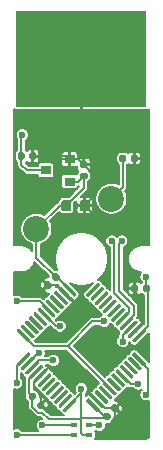
<source format=gbl>
%TF.GenerationSoftware,KiCad,Pcbnew,5.1.6*%
%TF.CreationDate,2020-10-26T01:33:55+01:00*%
%TF.ProjectId,anykey,616e796b-6579-42e6-9b69-6361645f7063,rev?*%
%TF.SameCoordinates,Original*%
%TF.FileFunction,Copper,L2,Bot*%
%TF.FilePolarity,Positive*%
%FSLAX46Y46*%
G04 Gerber Fmt 4.6, Leading zero omitted, Abs format (unit mm)*
G04 Created by KiCad (PCBNEW 5.1.6) date 2020-10-26 01:33:55*
%MOMM*%
%LPD*%
G01*
G04 APERTURE LIST*
%TA.AperFunction,ComponentPad*%
%ADD10C,2.200000*%
%TD*%
%TA.AperFunction,SMDPad,CuDef*%
%ADD11R,0.900000X0.800000*%
%TD*%
%TA.AperFunction,ConnectorPad*%
%ADD12R,11.000000X8.150000*%
%TD*%
%TA.AperFunction,SMDPad,CuDef*%
%ADD13R,0.600000X0.400000*%
%TD*%
%TA.AperFunction,ViaPad*%
%ADD14C,0.600000*%
%TD*%
%TA.AperFunction,Conductor*%
%ADD15C,0.200000*%
%TD*%
%TA.AperFunction,Conductor*%
%ADD16C,0.127000*%
%TD*%
G04 APERTURE END LIST*
%TO.P,C4,2*%
%TO.N,GND*%
%TA.AperFunction,SMDPad,CuDef*%
G36*
G01*
X154810000Y-73827500D02*
X154810000Y-74172500D01*
G75*
G02*
X154662500Y-74320000I-147500J0D01*
G01*
X154367500Y-74320000D01*
G75*
G02*
X154220000Y-74172500I0J147500D01*
G01*
X154220000Y-73827500D01*
G75*
G02*
X154367500Y-73680000I147500J0D01*
G01*
X154662500Y-73680000D01*
G75*
G02*
X154810000Y-73827500I0J-147500D01*
G01*
G37*
%TD.AperFunction*%
%TO.P,C4,1*%
%TO.N,+3V3*%
%TA.AperFunction,SMDPad,CuDef*%
G36*
G01*
X155780000Y-73827500D02*
X155780000Y-74172500D01*
G75*
G02*
X155632500Y-74320000I-147500J0D01*
G01*
X155337500Y-74320000D01*
G75*
G02*
X155190000Y-74172500I0J147500D01*
G01*
X155190000Y-73827500D01*
G75*
G02*
X155337500Y-73680000I147500J0D01*
G01*
X155632500Y-73680000D01*
G75*
G02*
X155780000Y-73827500I0J-147500D01*
G01*
G37*
%TD.AperFunction*%
%TD*%
D10*
%TO.P,SW1,2*%
%TO.N,+3V3*%
X146190000Y-68960000D03*
%TO.P,SW1,1*%
%TO.N,/BTN1*%
X152540000Y-66420000D03*
%TD*%
%TO.P,C6,2*%
%TO.N,GND*%
%TA.AperFunction,SMDPad,CuDef*%
G36*
G01*
X145590000Y-62972500D02*
X145590000Y-62627500D01*
G75*
G02*
X145737500Y-62480000I147500J0D01*
G01*
X146032500Y-62480000D01*
G75*
G02*
X146180000Y-62627500I0J-147500D01*
G01*
X146180000Y-62972500D01*
G75*
G02*
X146032500Y-63120000I-147500J0D01*
G01*
X145737500Y-63120000D01*
G75*
G02*
X145590000Y-62972500I0J147500D01*
G01*
G37*
%TD.AperFunction*%
%TO.P,C6,1*%
%TO.N,VBUS*%
%TA.AperFunction,SMDPad,CuDef*%
G36*
G01*
X144620000Y-62972500D02*
X144620000Y-62627500D01*
G75*
G02*
X144767500Y-62480000I147500J0D01*
G01*
X145062500Y-62480000D01*
G75*
G02*
X145210000Y-62627500I0J-147500D01*
G01*
X145210000Y-62972500D01*
G75*
G02*
X145062500Y-63120000I-147500J0D01*
G01*
X144767500Y-63120000D01*
G75*
G02*
X144620000Y-62972500I0J147500D01*
G01*
G37*
%TD.AperFunction*%
%TD*%
%TO.P,U2,48*%
%TO.N,+3V3*%
%TA.AperFunction,SMDPad,CuDef*%
G36*
G01*
X151361180Y-84462400D02*
X150424264Y-83525484D01*
G75*
G02*
X150424264Y-83419418I53033J53033D01*
G01*
X150530330Y-83313352D01*
G75*
G02*
X150636396Y-83313352I53033J-53033D01*
G01*
X151573312Y-84250268D01*
G75*
G02*
X151573312Y-84356334I-53033J-53033D01*
G01*
X151467246Y-84462400D01*
G75*
G02*
X151361180Y-84462400I-53033J53033D01*
G01*
G37*
%TD.AperFunction*%
%TO.P,U2,47*%
%TO.N,GND*%
%TA.AperFunction,SMDPad,CuDef*%
G36*
G01*
X151714734Y-84108846D02*
X150777818Y-83171930D01*
G75*
G02*
X150777818Y-83065864I53033J53033D01*
G01*
X150883884Y-82959798D01*
G75*
G02*
X150989950Y-82959798I53033J-53033D01*
G01*
X151926866Y-83896714D01*
G75*
G02*
X151926866Y-84002780I-53033J-53033D01*
G01*
X151820800Y-84108846D01*
G75*
G02*
X151714734Y-84108846I-53033J53033D01*
G01*
G37*
%TD.AperFunction*%
%TO.P,U2,46*%
%TO.N,Net-(U2-Pad46)*%
%TA.AperFunction,SMDPad,CuDef*%
G36*
G01*
X152068287Y-83755293D02*
X151131371Y-82818377D01*
G75*
G02*
X151131371Y-82712311I53033J53033D01*
G01*
X151237437Y-82606245D01*
G75*
G02*
X151343503Y-82606245I53033J-53033D01*
G01*
X152280419Y-83543161D01*
G75*
G02*
X152280419Y-83649227I-53033J-53033D01*
G01*
X152174353Y-83755293D01*
G75*
G02*
X152068287Y-83755293I-53033J53033D01*
G01*
G37*
%TD.AperFunction*%
%TO.P,U2,45*%
%TO.N,Net-(U2-Pad45)*%
%TA.AperFunction,SMDPad,CuDef*%
G36*
G01*
X152421841Y-83401739D02*
X151484925Y-82464823D01*
G75*
G02*
X151484925Y-82358757I53033J53033D01*
G01*
X151590991Y-82252691D01*
G75*
G02*
X151697057Y-82252691I53033J-53033D01*
G01*
X152633973Y-83189607D01*
G75*
G02*
X152633973Y-83295673I-53033J-53033D01*
G01*
X152527907Y-83401739D01*
G75*
G02*
X152421841Y-83401739I-53033J53033D01*
G01*
G37*
%TD.AperFunction*%
%TO.P,U2,44*%
%TO.N,/BTN1*%
%TA.AperFunction,SMDPad,CuDef*%
G36*
G01*
X152775394Y-83048186D02*
X151838478Y-82111270D01*
G75*
G02*
X151838478Y-82005204I53033J53033D01*
G01*
X151944544Y-81899138D01*
G75*
G02*
X152050610Y-81899138I53033J-53033D01*
G01*
X152987526Y-82836054D01*
G75*
G02*
X152987526Y-82942120I-53033J-53033D01*
G01*
X152881460Y-83048186D01*
G75*
G02*
X152775394Y-83048186I-53033J53033D01*
G01*
G37*
%TD.AperFunction*%
%TO.P,U2,43*%
%TO.N,Net-(U2-Pad43)*%
%TA.AperFunction,SMDPad,CuDef*%
G36*
G01*
X153128947Y-82694633D02*
X152192031Y-81757717D01*
G75*
G02*
X152192031Y-81651651I53033J53033D01*
G01*
X152298097Y-81545585D01*
G75*
G02*
X152404163Y-81545585I53033J-53033D01*
G01*
X153341079Y-82482501D01*
G75*
G02*
X153341079Y-82588567I-53033J-53033D01*
G01*
X153235013Y-82694633D01*
G75*
G02*
X153128947Y-82694633I-53033J53033D01*
G01*
G37*
%TD.AperFunction*%
%TO.P,U2,42*%
%TO.N,Net-(U2-Pad42)*%
%TA.AperFunction,SMDPad,CuDef*%
G36*
G01*
X153482501Y-82341079D02*
X152545585Y-81404163D01*
G75*
G02*
X152545585Y-81298097I53033J53033D01*
G01*
X152651651Y-81192031D01*
G75*
G02*
X152757717Y-81192031I53033J-53033D01*
G01*
X153694633Y-82128947D01*
G75*
G02*
X153694633Y-82235013I-53033J-53033D01*
G01*
X153588567Y-82341079D01*
G75*
G02*
X153482501Y-82341079I-53033J53033D01*
G01*
G37*
%TD.AperFunction*%
%TO.P,U2,41*%
%TO.N,/LED2_B*%
%TA.AperFunction,SMDPad,CuDef*%
G36*
G01*
X153836054Y-81987526D02*
X152899138Y-81050610D01*
G75*
G02*
X152899138Y-80944544I53033J53033D01*
G01*
X153005204Y-80838478D01*
G75*
G02*
X153111270Y-80838478I53033J-53033D01*
G01*
X154048186Y-81775394D01*
G75*
G02*
X154048186Y-81881460I-53033J-53033D01*
G01*
X153942120Y-81987526D01*
G75*
G02*
X153836054Y-81987526I-53033J53033D01*
G01*
G37*
%TD.AperFunction*%
%TO.P,U2,40*%
%TO.N,Net-(U2-Pad40)*%
%TA.AperFunction,SMDPad,CuDef*%
G36*
G01*
X154189607Y-81633973D02*
X153252691Y-80697057D01*
G75*
G02*
X153252691Y-80590991I53033J53033D01*
G01*
X153358757Y-80484925D01*
G75*
G02*
X153464823Y-80484925I53033J-53033D01*
G01*
X154401739Y-81421841D01*
G75*
G02*
X154401739Y-81527907I-53033J-53033D01*
G01*
X154295673Y-81633973D01*
G75*
G02*
X154189607Y-81633973I-53033J53033D01*
G01*
G37*
%TD.AperFunction*%
%TO.P,U2,39*%
%TO.N,Net-(U2-Pad39)*%
%TA.AperFunction,SMDPad,CuDef*%
G36*
G01*
X154543161Y-81280419D02*
X153606245Y-80343503D01*
G75*
G02*
X153606245Y-80237437I53033J53033D01*
G01*
X153712311Y-80131371D01*
G75*
G02*
X153818377Y-80131371I53033J-53033D01*
G01*
X154755293Y-81068287D01*
G75*
G02*
X154755293Y-81174353I-53033J-53033D01*
G01*
X154649227Y-81280419D01*
G75*
G02*
X154543161Y-81280419I-53033J53033D01*
G01*
G37*
%TD.AperFunction*%
%TO.P,U2,38*%
%TO.N,Net-(U2-Pad38)*%
%TA.AperFunction,SMDPad,CuDef*%
G36*
G01*
X154896714Y-80926866D02*
X153959798Y-79989950D01*
G75*
G02*
X153959798Y-79883884I53033J53033D01*
G01*
X154065864Y-79777818D01*
G75*
G02*
X154171930Y-79777818I53033J-53033D01*
G01*
X155108846Y-80714734D01*
G75*
G02*
X155108846Y-80820800I-53033J-53033D01*
G01*
X155002780Y-80926866D01*
G75*
G02*
X154896714Y-80926866I-53033J53033D01*
G01*
G37*
%TD.AperFunction*%
%TO.P,U2,37*%
%TO.N,/SWCLK*%
%TA.AperFunction,SMDPad,CuDef*%
G36*
G01*
X155250268Y-80573312D02*
X154313352Y-79636396D01*
G75*
G02*
X154313352Y-79530330I53033J53033D01*
G01*
X154419418Y-79424264D01*
G75*
G02*
X154525484Y-79424264I53033J-53033D01*
G01*
X155462400Y-80361180D01*
G75*
G02*
X155462400Y-80467246I-53033J-53033D01*
G01*
X155356334Y-80573312D01*
G75*
G02*
X155250268Y-80573312I-53033J53033D01*
G01*
G37*
%TD.AperFunction*%
%TO.P,U2,36*%
%TO.N,+3V3*%
%TA.AperFunction,SMDPad,CuDef*%
G36*
G01*
X154419418Y-78575736D02*
X154313352Y-78469670D01*
G75*
G02*
X154313352Y-78363604I53033J53033D01*
G01*
X155250268Y-77426688D01*
G75*
G02*
X155356334Y-77426688I53033J-53033D01*
G01*
X155462400Y-77532754D01*
G75*
G02*
X155462400Y-77638820I-53033J-53033D01*
G01*
X154525484Y-78575736D01*
G75*
G02*
X154419418Y-78575736I-53033J53033D01*
G01*
G37*
%TD.AperFunction*%
%TO.P,U2,35*%
%TO.N,GND*%
%TA.AperFunction,SMDPad,CuDef*%
G36*
G01*
X154065864Y-78222182D02*
X153959798Y-78116116D01*
G75*
G02*
X153959798Y-78010050I53033J53033D01*
G01*
X154896714Y-77073134D01*
G75*
G02*
X155002780Y-77073134I53033J-53033D01*
G01*
X155108846Y-77179200D01*
G75*
G02*
X155108846Y-77285266I-53033J-53033D01*
G01*
X154171930Y-78222182D01*
G75*
G02*
X154065864Y-78222182I-53033J53033D01*
G01*
G37*
%TD.AperFunction*%
%TO.P,U2,34*%
%TO.N,/SWDIO*%
%TA.AperFunction,SMDPad,CuDef*%
G36*
G01*
X153712311Y-77868629D02*
X153606245Y-77762563D01*
G75*
G02*
X153606245Y-77656497I53033J53033D01*
G01*
X154543161Y-76719581D01*
G75*
G02*
X154649227Y-76719581I53033J-53033D01*
G01*
X154755293Y-76825647D01*
G75*
G02*
X154755293Y-76931713I-53033J-53033D01*
G01*
X153818377Y-77868629D01*
G75*
G02*
X153712311Y-77868629I-53033J53033D01*
G01*
G37*
%TD.AperFunction*%
%TO.P,U2,33*%
%TO.N,/D+*%
%TA.AperFunction,SMDPad,CuDef*%
G36*
G01*
X153358757Y-77515075D02*
X153252691Y-77409009D01*
G75*
G02*
X153252691Y-77302943I53033J53033D01*
G01*
X154189607Y-76366027D01*
G75*
G02*
X154295673Y-76366027I53033J-53033D01*
G01*
X154401739Y-76472093D01*
G75*
G02*
X154401739Y-76578159I-53033J-53033D01*
G01*
X153464823Y-77515075D01*
G75*
G02*
X153358757Y-77515075I-53033J53033D01*
G01*
G37*
%TD.AperFunction*%
%TO.P,U2,32*%
%TO.N,/D-*%
%TA.AperFunction,SMDPad,CuDef*%
G36*
G01*
X153005204Y-77161522D02*
X152899138Y-77055456D01*
G75*
G02*
X152899138Y-76949390I53033J53033D01*
G01*
X153836054Y-76012474D01*
G75*
G02*
X153942120Y-76012474I53033J-53033D01*
G01*
X154048186Y-76118540D01*
G75*
G02*
X154048186Y-76224606I-53033J-53033D01*
G01*
X153111270Y-77161522D01*
G75*
G02*
X153005204Y-77161522I-53033J53033D01*
G01*
G37*
%TD.AperFunction*%
%TO.P,U2,31*%
%TO.N,Net-(U2-Pad31)*%
%TA.AperFunction,SMDPad,CuDef*%
G36*
G01*
X152651651Y-76807969D02*
X152545585Y-76701903D01*
G75*
G02*
X152545585Y-76595837I53033J53033D01*
G01*
X153482501Y-75658921D01*
G75*
G02*
X153588567Y-75658921I53033J-53033D01*
G01*
X153694633Y-75764987D01*
G75*
G02*
X153694633Y-75871053I-53033J-53033D01*
G01*
X152757717Y-76807969D01*
G75*
G02*
X152651651Y-76807969I-53033J53033D01*
G01*
G37*
%TD.AperFunction*%
%TO.P,U2,30*%
%TO.N,Net-(U2-Pad30)*%
%TA.AperFunction,SMDPad,CuDef*%
G36*
G01*
X152298097Y-76454415D02*
X152192031Y-76348349D01*
G75*
G02*
X152192031Y-76242283I53033J53033D01*
G01*
X153128947Y-75305367D01*
G75*
G02*
X153235013Y-75305367I53033J-53033D01*
G01*
X153341079Y-75411433D01*
G75*
G02*
X153341079Y-75517499I-53033J-53033D01*
G01*
X152404163Y-76454415D01*
G75*
G02*
X152298097Y-76454415I-53033J53033D01*
G01*
G37*
%TD.AperFunction*%
%TO.P,U2,29*%
%TO.N,Net-(U2-Pad29)*%
%TA.AperFunction,SMDPad,CuDef*%
G36*
G01*
X151944544Y-76100862D02*
X151838478Y-75994796D01*
G75*
G02*
X151838478Y-75888730I53033J53033D01*
G01*
X152775394Y-74951814D01*
G75*
G02*
X152881460Y-74951814I53033J-53033D01*
G01*
X152987526Y-75057880D01*
G75*
G02*
X152987526Y-75163946I-53033J-53033D01*
G01*
X152050610Y-76100862D01*
G75*
G02*
X151944544Y-76100862I-53033J53033D01*
G01*
G37*
%TD.AperFunction*%
%TO.P,U2,28*%
%TO.N,Net-(U2-Pad28)*%
%TA.AperFunction,SMDPad,CuDef*%
G36*
G01*
X151590991Y-75747309D02*
X151484925Y-75641243D01*
G75*
G02*
X151484925Y-75535177I53033J53033D01*
G01*
X152421841Y-74598261D01*
G75*
G02*
X152527907Y-74598261I53033J-53033D01*
G01*
X152633973Y-74704327D01*
G75*
G02*
X152633973Y-74810393I-53033J-53033D01*
G01*
X151697057Y-75747309D01*
G75*
G02*
X151590991Y-75747309I-53033J53033D01*
G01*
G37*
%TD.AperFunction*%
%TO.P,U2,27*%
%TO.N,Net-(U2-Pad27)*%
%TA.AperFunction,SMDPad,CuDef*%
G36*
G01*
X151237437Y-75393755D02*
X151131371Y-75287689D01*
G75*
G02*
X151131371Y-75181623I53033J53033D01*
G01*
X152068287Y-74244707D01*
G75*
G02*
X152174353Y-74244707I53033J-53033D01*
G01*
X152280419Y-74350773D01*
G75*
G02*
X152280419Y-74456839I-53033J-53033D01*
G01*
X151343503Y-75393755D01*
G75*
G02*
X151237437Y-75393755I-53033J53033D01*
G01*
G37*
%TD.AperFunction*%
%TO.P,U2,26*%
%TO.N,Net-(U2-Pad26)*%
%TA.AperFunction,SMDPad,CuDef*%
G36*
G01*
X150883884Y-75040202D02*
X150777818Y-74934136D01*
G75*
G02*
X150777818Y-74828070I53033J53033D01*
G01*
X151714734Y-73891154D01*
G75*
G02*
X151820800Y-73891154I53033J-53033D01*
G01*
X151926866Y-73997220D01*
G75*
G02*
X151926866Y-74103286I-53033J-53033D01*
G01*
X150989950Y-75040202D01*
G75*
G02*
X150883884Y-75040202I-53033J53033D01*
G01*
G37*
%TD.AperFunction*%
%TO.P,U2,25*%
%TO.N,Net-(U2-Pad25)*%
%TA.AperFunction,SMDPad,CuDef*%
G36*
G01*
X150530330Y-74686648D02*
X150424264Y-74580582D01*
G75*
G02*
X150424264Y-74474516I53033J53033D01*
G01*
X151361180Y-73537600D01*
G75*
G02*
X151467246Y-73537600I53033J-53033D01*
G01*
X151573312Y-73643666D01*
G75*
G02*
X151573312Y-73749732I-53033J-53033D01*
G01*
X150636396Y-74686648D01*
G75*
G02*
X150530330Y-74686648I-53033J53033D01*
G01*
G37*
%TD.AperFunction*%
%TO.P,U2,24*%
%TO.N,+3V3*%
%TA.AperFunction,SMDPad,CuDef*%
G36*
G01*
X149363604Y-74686648D02*
X148426688Y-73749732D01*
G75*
G02*
X148426688Y-73643666I53033J53033D01*
G01*
X148532754Y-73537600D01*
G75*
G02*
X148638820Y-73537600I53033J-53033D01*
G01*
X149575736Y-74474516D01*
G75*
G02*
X149575736Y-74580582I-53033J-53033D01*
G01*
X149469670Y-74686648D01*
G75*
G02*
X149363604Y-74686648I-53033J53033D01*
G01*
G37*
%TD.AperFunction*%
%TO.P,U2,23*%
%TO.N,GND*%
%TA.AperFunction,SMDPad,CuDef*%
G36*
G01*
X149010050Y-75040202D02*
X148073134Y-74103286D01*
G75*
G02*
X148073134Y-73997220I53033J53033D01*
G01*
X148179200Y-73891154D01*
G75*
G02*
X148285266Y-73891154I53033J-53033D01*
G01*
X149222182Y-74828070D01*
G75*
G02*
X149222182Y-74934136I-53033J-53033D01*
G01*
X149116116Y-75040202D01*
G75*
G02*
X149010050Y-75040202I-53033J53033D01*
G01*
G37*
%TD.AperFunction*%
%TO.P,U2,22*%
%TO.N,Net-(U2-Pad22)*%
%TA.AperFunction,SMDPad,CuDef*%
G36*
G01*
X148656497Y-75393755D02*
X147719581Y-74456839D01*
G75*
G02*
X147719581Y-74350773I53033J53033D01*
G01*
X147825647Y-74244707D01*
G75*
G02*
X147931713Y-74244707I53033J-53033D01*
G01*
X148868629Y-75181623D01*
G75*
G02*
X148868629Y-75287689I-53033J-53033D01*
G01*
X148762563Y-75393755D01*
G75*
G02*
X148656497Y-75393755I-53033J53033D01*
G01*
G37*
%TD.AperFunction*%
%TO.P,U2,21*%
%TO.N,Net-(U2-Pad21)*%
%TA.AperFunction,SMDPad,CuDef*%
G36*
G01*
X148302943Y-75747309D02*
X147366027Y-74810393D01*
G75*
G02*
X147366027Y-74704327I53033J53033D01*
G01*
X147472093Y-74598261D01*
G75*
G02*
X147578159Y-74598261I53033J-53033D01*
G01*
X148515075Y-75535177D01*
G75*
G02*
X148515075Y-75641243I-53033J-53033D01*
G01*
X148409009Y-75747309D01*
G75*
G02*
X148302943Y-75747309I-53033J53033D01*
G01*
G37*
%TD.AperFunction*%
%TO.P,U2,20*%
%TO.N,Net-(U2-Pad20)*%
%TA.AperFunction,SMDPad,CuDef*%
G36*
G01*
X147949390Y-76100862D02*
X147012474Y-75163946D01*
G75*
G02*
X147012474Y-75057880I53033J53033D01*
G01*
X147118540Y-74951814D01*
G75*
G02*
X147224606Y-74951814I53033J-53033D01*
G01*
X148161522Y-75888730D01*
G75*
G02*
X148161522Y-75994796I-53033J-53033D01*
G01*
X148055456Y-76100862D01*
G75*
G02*
X147949390Y-76100862I-53033J53033D01*
G01*
G37*
%TD.AperFunction*%
%TO.P,U2,19*%
%TO.N,/LED2_R*%
%TA.AperFunction,SMDPad,CuDef*%
G36*
G01*
X147595837Y-76454415D02*
X146658921Y-75517499D01*
G75*
G02*
X146658921Y-75411433I53033J53033D01*
G01*
X146764987Y-75305367D01*
G75*
G02*
X146871053Y-75305367I53033J-53033D01*
G01*
X147807969Y-76242283D01*
G75*
G02*
X147807969Y-76348349I-53033J-53033D01*
G01*
X147701903Y-76454415D01*
G75*
G02*
X147595837Y-76454415I-53033J53033D01*
G01*
G37*
%TD.AperFunction*%
%TO.P,U2,18*%
%TO.N,/LED2_G*%
%TA.AperFunction,SMDPad,CuDef*%
G36*
G01*
X147242283Y-76807969D02*
X146305367Y-75871053D01*
G75*
G02*
X146305367Y-75764987I53033J53033D01*
G01*
X146411433Y-75658921D01*
G75*
G02*
X146517499Y-75658921I53033J-53033D01*
G01*
X147454415Y-76595837D01*
G75*
G02*
X147454415Y-76701903I-53033J-53033D01*
G01*
X147348349Y-76807969D01*
G75*
G02*
X147242283Y-76807969I-53033J53033D01*
G01*
G37*
%TD.AperFunction*%
%TO.P,U2,17*%
%TO.N,Net-(U2-Pad17)*%
%TA.AperFunction,SMDPad,CuDef*%
G36*
G01*
X146888730Y-77161522D02*
X145951814Y-76224606D01*
G75*
G02*
X145951814Y-76118540I53033J53033D01*
G01*
X146057880Y-76012474D01*
G75*
G02*
X146163946Y-76012474I53033J-53033D01*
G01*
X147100862Y-76949390D01*
G75*
G02*
X147100862Y-77055456I-53033J-53033D01*
G01*
X146994796Y-77161522D01*
G75*
G02*
X146888730Y-77161522I-53033J53033D01*
G01*
G37*
%TD.AperFunction*%
%TO.P,U2,16*%
%TO.N,Net-(U2-Pad16)*%
%TA.AperFunction,SMDPad,CuDef*%
G36*
G01*
X146535177Y-77515075D02*
X145598261Y-76578159D01*
G75*
G02*
X145598261Y-76472093I53033J53033D01*
G01*
X145704327Y-76366027D01*
G75*
G02*
X145810393Y-76366027I53033J-53033D01*
G01*
X146747309Y-77302943D01*
G75*
G02*
X146747309Y-77409009I-53033J-53033D01*
G01*
X146641243Y-77515075D01*
G75*
G02*
X146535177Y-77515075I-53033J53033D01*
G01*
G37*
%TD.AperFunction*%
%TO.P,U2,15*%
%TO.N,Net-(U2-Pad15)*%
%TA.AperFunction,SMDPad,CuDef*%
G36*
G01*
X146181623Y-77868629D02*
X145244707Y-76931713D01*
G75*
G02*
X145244707Y-76825647I53033J53033D01*
G01*
X145350773Y-76719581D01*
G75*
G02*
X145456839Y-76719581I53033J-53033D01*
G01*
X146393755Y-77656497D01*
G75*
G02*
X146393755Y-77762563I-53033J-53033D01*
G01*
X146287689Y-77868629D01*
G75*
G02*
X146181623Y-77868629I-53033J53033D01*
G01*
G37*
%TD.AperFunction*%
%TO.P,U2,14*%
%TO.N,Net-(U2-Pad14)*%
%TA.AperFunction,SMDPad,CuDef*%
G36*
G01*
X145828070Y-78222182D02*
X144891154Y-77285266D01*
G75*
G02*
X144891154Y-77179200I53033J53033D01*
G01*
X144997220Y-77073134D01*
G75*
G02*
X145103286Y-77073134I53033J-53033D01*
G01*
X146040202Y-78010050D01*
G75*
G02*
X146040202Y-78116116I-53033J-53033D01*
G01*
X145934136Y-78222182D01*
G75*
G02*
X145828070Y-78222182I-53033J53033D01*
G01*
G37*
%TD.AperFunction*%
%TO.P,U2,13*%
%TO.N,/BTN1*%
%TA.AperFunction,SMDPad,CuDef*%
G36*
G01*
X145474516Y-78575736D02*
X144537600Y-77638820D01*
G75*
G02*
X144537600Y-77532754I53033J53033D01*
G01*
X144643666Y-77426688D01*
G75*
G02*
X144749732Y-77426688I53033J-53033D01*
G01*
X145686648Y-78363604D01*
G75*
G02*
X145686648Y-78469670I-53033J-53033D01*
G01*
X145580582Y-78575736D01*
G75*
G02*
X145474516Y-78575736I-53033J53033D01*
G01*
G37*
%TD.AperFunction*%
%TO.P,U2,12*%
%TO.N,/LED1_R*%
%TA.AperFunction,SMDPad,CuDef*%
G36*
G01*
X144643666Y-80573312D02*
X144537600Y-80467246D01*
G75*
G02*
X144537600Y-80361180I53033J53033D01*
G01*
X145474516Y-79424264D01*
G75*
G02*
X145580582Y-79424264I53033J-53033D01*
G01*
X145686648Y-79530330D01*
G75*
G02*
X145686648Y-79636396I-53033J-53033D01*
G01*
X144749732Y-80573312D01*
G75*
G02*
X144643666Y-80573312I-53033J53033D01*
G01*
G37*
%TD.AperFunction*%
%TO.P,U2,11*%
%TO.N,/LED1_G*%
%TA.AperFunction,SMDPad,CuDef*%
G36*
G01*
X144997220Y-80926866D02*
X144891154Y-80820800D01*
G75*
G02*
X144891154Y-80714734I53033J53033D01*
G01*
X145828070Y-79777818D01*
G75*
G02*
X145934136Y-79777818I53033J-53033D01*
G01*
X146040202Y-79883884D01*
G75*
G02*
X146040202Y-79989950I-53033J-53033D01*
G01*
X145103286Y-80926866D01*
G75*
G02*
X144997220Y-80926866I-53033J53033D01*
G01*
G37*
%TD.AperFunction*%
%TO.P,U2,10*%
%TO.N,/LED1_B*%
%TA.AperFunction,SMDPad,CuDef*%
G36*
G01*
X145350773Y-81280419D02*
X145244707Y-81174353D01*
G75*
G02*
X145244707Y-81068287I53033J53033D01*
G01*
X146181623Y-80131371D01*
G75*
G02*
X146287689Y-80131371I53033J-53033D01*
G01*
X146393755Y-80237437D01*
G75*
G02*
X146393755Y-80343503I-53033J-53033D01*
G01*
X145456839Y-81280419D01*
G75*
G02*
X145350773Y-81280419I-53033J53033D01*
G01*
G37*
%TD.AperFunction*%
%TO.P,U2,9*%
%TO.N,+3V3*%
%TA.AperFunction,SMDPad,CuDef*%
G36*
G01*
X145704327Y-81633973D02*
X145598261Y-81527907D01*
G75*
G02*
X145598261Y-81421841I53033J53033D01*
G01*
X146535177Y-80484925D01*
G75*
G02*
X146641243Y-80484925I53033J-53033D01*
G01*
X146747309Y-80590991D01*
G75*
G02*
X146747309Y-80697057I-53033J-53033D01*
G01*
X145810393Y-81633973D01*
G75*
G02*
X145704327Y-81633973I-53033J53033D01*
G01*
G37*
%TD.AperFunction*%
%TO.P,U2,8*%
%TO.N,GND*%
%TA.AperFunction,SMDPad,CuDef*%
G36*
G01*
X146057880Y-81987526D02*
X145951814Y-81881460D01*
G75*
G02*
X145951814Y-81775394I53033J53033D01*
G01*
X146888730Y-80838478D01*
G75*
G02*
X146994796Y-80838478I53033J-53033D01*
G01*
X147100862Y-80944544D01*
G75*
G02*
X147100862Y-81050610I-53033J-53033D01*
G01*
X146163946Y-81987526D01*
G75*
G02*
X146057880Y-81987526I-53033J53033D01*
G01*
G37*
%TD.AperFunction*%
%TO.P,U2,7*%
%TO.N,Net-(U2-Pad7)*%
%TA.AperFunction,SMDPad,CuDef*%
G36*
G01*
X146411433Y-82341079D02*
X146305367Y-82235013D01*
G75*
G02*
X146305367Y-82128947I53033J53033D01*
G01*
X147242283Y-81192031D01*
G75*
G02*
X147348349Y-81192031I53033J-53033D01*
G01*
X147454415Y-81298097D01*
G75*
G02*
X147454415Y-81404163I-53033J-53033D01*
G01*
X146517499Y-82341079D01*
G75*
G02*
X146411433Y-82341079I-53033J53033D01*
G01*
G37*
%TD.AperFunction*%
%TO.P,U2,6*%
%TO.N,Net-(U2-Pad6)*%
%TA.AperFunction,SMDPad,CuDef*%
G36*
G01*
X146764987Y-82694633D02*
X146658921Y-82588567D01*
G75*
G02*
X146658921Y-82482501I53033J53033D01*
G01*
X147595837Y-81545585D01*
G75*
G02*
X147701903Y-81545585I53033J-53033D01*
G01*
X147807969Y-81651651D01*
G75*
G02*
X147807969Y-81757717I-53033J-53033D01*
G01*
X146871053Y-82694633D01*
G75*
G02*
X146764987Y-82694633I-53033J53033D01*
G01*
G37*
%TD.AperFunction*%
%TO.P,U2,5*%
%TO.N,Net-(U2-Pad5)*%
%TA.AperFunction,SMDPad,CuDef*%
G36*
G01*
X147118540Y-83048186D02*
X147012474Y-82942120D01*
G75*
G02*
X147012474Y-82836054I53033J53033D01*
G01*
X147949390Y-81899138D01*
G75*
G02*
X148055456Y-81899138I53033J-53033D01*
G01*
X148161522Y-82005204D01*
G75*
G02*
X148161522Y-82111270I-53033J-53033D01*
G01*
X147224606Y-83048186D01*
G75*
G02*
X147118540Y-83048186I-53033J53033D01*
G01*
G37*
%TD.AperFunction*%
%TO.P,U2,4*%
%TO.N,Net-(U2-Pad4)*%
%TA.AperFunction,SMDPad,CuDef*%
G36*
G01*
X147472093Y-83401739D02*
X147366027Y-83295673D01*
G75*
G02*
X147366027Y-83189607I53033J53033D01*
G01*
X148302943Y-82252691D01*
G75*
G02*
X148409009Y-82252691I53033J-53033D01*
G01*
X148515075Y-82358757D01*
G75*
G02*
X148515075Y-82464823I-53033J-53033D01*
G01*
X147578159Y-83401739D01*
G75*
G02*
X147472093Y-83401739I-53033J53033D01*
G01*
G37*
%TD.AperFunction*%
%TO.P,U2,3*%
%TO.N,Net-(U2-Pad3)*%
%TA.AperFunction,SMDPad,CuDef*%
G36*
G01*
X147825647Y-83755293D02*
X147719581Y-83649227D01*
G75*
G02*
X147719581Y-83543161I53033J53033D01*
G01*
X148656497Y-82606245D01*
G75*
G02*
X148762563Y-82606245I53033J-53033D01*
G01*
X148868629Y-82712311D01*
G75*
G02*
X148868629Y-82818377I-53033J-53033D01*
G01*
X147931713Y-83755293D01*
G75*
G02*
X147825647Y-83755293I-53033J53033D01*
G01*
G37*
%TD.AperFunction*%
%TO.P,U2,2*%
%TO.N,Net-(U2-Pad2)*%
%TA.AperFunction,SMDPad,CuDef*%
G36*
G01*
X148179200Y-84108846D02*
X148073134Y-84002780D01*
G75*
G02*
X148073134Y-83896714I53033J53033D01*
G01*
X149010050Y-82959798D01*
G75*
G02*
X149116116Y-82959798I53033J-53033D01*
G01*
X149222182Y-83065864D01*
G75*
G02*
X149222182Y-83171930I-53033J-53033D01*
G01*
X148285266Y-84108846D01*
G75*
G02*
X148179200Y-84108846I-53033J53033D01*
G01*
G37*
%TD.AperFunction*%
%TO.P,U2,1*%
%TO.N,+3V3*%
%TA.AperFunction,SMDPad,CuDef*%
G36*
G01*
X148532754Y-84462400D02*
X148426688Y-84356334D01*
G75*
G02*
X148426688Y-84250268I53033J53033D01*
G01*
X149363604Y-83313352D01*
G75*
G02*
X149469670Y-83313352I53033J-53033D01*
G01*
X149575736Y-83419418D01*
G75*
G02*
X149575736Y-83525484I-53033J-53033D01*
G01*
X148638820Y-84462400D01*
G75*
G02*
X148532754Y-84462400I-53033J53033D01*
G01*
G37*
%TD.AperFunction*%
%TD*%
D11*
%TO.P,U1,1*%
%TO.N,GND*%
X149000000Y-63050000D03*
%TO.P,U1,2*%
%TO.N,+3V3*%
X149000000Y-64950000D03*
%TO.P,U1,3*%
%TO.N,VBUS*%
X147000000Y-64000000D03*
%TD*%
%TO.P,R1,2*%
%TO.N,GND*%
%TA.AperFunction,SMDPad,CuDef*%
G36*
G01*
X154190000Y-63172500D02*
X154190000Y-62827500D01*
G75*
G02*
X154337500Y-62680000I147500J0D01*
G01*
X154632500Y-62680000D01*
G75*
G02*
X154780000Y-62827500I0J-147500D01*
G01*
X154780000Y-63172500D01*
G75*
G02*
X154632500Y-63320000I-147500J0D01*
G01*
X154337500Y-63320000D01*
G75*
G02*
X154190000Y-63172500I0J147500D01*
G01*
G37*
%TD.AperFunction*%
%TO.P,R1,1*%
%TO.N,/BTN1*%
%TA.AperFunction,SMDPad,CuDef*%
G36*
G01*
X153220000Y-63172500D02*
X153220000Y-62827500D01*
G75*
G02*
X153367500Y-62680000I147500J0D01*
G01*
X153662500Y-62680000D01*
G75*
G02*
X153810000Y-62827500I0J-147500D01*
G01*
X153810000Y-63172500D01*
G75*
G02*
X153662500Y-63320000I-147500J0D01*
G01*
X153367500Y-63320000D01*
G75*
G02*
X153220000Y-63172500I0J147500D01*
G01*
G37*
%TD.AperFunction*%
%TD*%
D12*
%TO.P,J1,5*%
%TO.N,GND*%
X150000000Y-54575000D03*
%TD*%
D13*
%TO.P,D1,4*%
%TO.N,Net-(D1-Pad4)*%
X149350000Y-85600000D03*
%TO.P,D1,3*%
%TO.N,Net-(D1-Pad3)*%
X150650000Y-85600000D03*
%TO.P,D1,2*%
%TO.N,+3V3*%
X150650000Y-86400000D03*
%TO.P,D1,1*%
%TO.N,Net-(D1-Pad1)*%
X149350000Y-86400000D03*
%TD*%
%TO.P,C7,1*%
%TO.N,+3V3*%
%TA.AperFunction,SMDPad,CuDef*%
G36*
G01*
X150372500Y-64780000D02*
X150027500Y-64780000D01*
G75*
G02*
X149880000Y-64632500I0J147500D01*
G01*
X149880000Y-64337500D01*
G75*
G02*
X150027500Y-64190000I147500J0D01*
G01*
X150372500Y-64190000D01*
G75*
G02*
X150520000Y-64337500I0J-147500D01*
G01*
X150520000Y-64632500D01*
G75*
G02*
X150372500Y-64780000I-147500J0D01*
G01*
G37*
%TD.AperFunction*%
%TO.P,C7,2*%
%TO.N,GND*%
%TA.AperFunction,SMDPad,CuDef*%
G36*
G01*
X150372500Y-63810000D02*
X150027500Y-63810000D01*
G75*
G02*
X149880000Y-63662500I0J147500D01*
G01*
X149880000Y-63367500D01*
G75*
G02*
X150027500Y-63220000I147500J0D01*
G01*
X150372500Y-63220000D01*
G75*
G02*
X150520000Y-63367500I0J-147500D01*
G01*
X150520000Y-63662500D01*
G75*
G02*
X150372500Y-63810000I-147500J0D01*
G01*
G37*
%TD.AperFunction*%
%TD*%
%TO.P,C5,1*%
%TO.N,+3V3*%
%TA.AperFunction,SMDPad,CuDef*%
G36*
G01*
X152070432Y-85173519D02*
X151826481Y-84929567D01*
G75*
G02*
X151826481Y-84720971I104298J104298D01*
G01*
X152035077Y-84512375D01*
G75*
G02*
X152243673Y-84512375I104298J-104298D01*
G01*
X152487625Y-84756327D01*
G75*
G02*
X152487625Y-84964923I-104298J-104298D01*
G01*
X152279029Y-85173519D01*
G75*
G02*
X152070433Y-85173519I-104298J104298D01*
G01*
G37*
%TD.AperFunction*%
%TO.P,C5,2*%
%TO.N,GND*%
%TA.AperFunction,SMDPad,CuDef*%
G36*
G01*
X152756326Y-84487625D02*
X152512375Y-84243673D01*
G75*
G02*
X152512375Y-84035077I104298J104298D01*
G01*
X152720971Y-83826481D01*
G75*
G02*
X152929567Y-83826481I104298J-104298D01*
G01*
X153173519Y-84070433D01*
G75*
G02*
X153173519Y-84279029I-104298J-104298D01*
G01*
X152964923Y-84487625D01*
G75*
G02*
X152756327Y-84487625I-104298J104298D01*
G01*
G37*
%TD.AperFunction*%
%TD*%
%TO.P,C3,1*%
%TO.N,+3V3*%
%TA.AperFunction,SMDPad,CuDef*%
G36*
G01*
X147929568Y-72726481D02*
X148173519Y-72970433D01*
G75*
G02*
X148173519Y-73179029I-104298J-104298D01*
G01*
X147964923Y-73387625D01*
G75*
G02*
X147756327Y-73387625I-104298J104298D01*
G01*
X147512375Y-73143673D01*
G75*
G02*
X147512375Y-72935077I104298J104298D01*
G01*
X147720971Y-72726481D01*
G75*
G02*
X147929567Y-72726481I104298J-104298D01*
G01*
G37*
%TD.AperFunction*%
%TO.P,C3,2*%
%TO.N,GND*%
%TA.AperFunction,SMDPad,CuDef*%
G36*
G01*
X147243674Y-73412375D02*
X147487625Y-73656327D01*
G75*
G02*
X147487625Y-73864923I-104298J-104298D01*
G01*
X147279029Y-74073519D01*
G75*
G02*
X147070433Y-74073519I-104298J104298D01*
G01*
X146826481Y-73829567D01*
G75*
G02*
X146826481Y-73620971I104298J104298D01*
G01*
X147035077Y-73412375D01*
G75*
G02*
X147243673Y-73412375I104298J-104298D01*
G01*
G37*
%TD.AperFunction*%
%TD*%
%TO.P,C2,2*%
%TO.N,GND*%
%TA.AperFunction,SMDPad,CuDef*%
G36*
G01*
X146212375Y-83756326D02*
X146456327Y-83512375D01*
G75*
G02*
X146664923Y-83512375I104298J-104298D01*
G01*
X146873519Y-83720971D01*
G75*
G02*
X146873519Y-83929567I-104298J-104298D01*
G01*
X146629567Y-84173519D01*
G75*
G02*
X146420971Y-84173519I-104298J104298D01*
G01*
X146212375Y-83964923D01*
G75*
G02*
X146212375Y-83756327I104298J104298D01*
G01*
G37*
%TD.AperFunction*%
%TO.P,C2,1*%
%TO.N,+3V3*%
%TA.AperFunction,SMDPad,CuDef*%
G36*
G01*
X145526481Y-83070432D02*
X145770433Y-82826481D01*
G75*
G02*
X145979029Y-82826481I104298J-104298D01*
G01*
X146187625Y-83035077D01*
G75*
G02*
X146187625Y-83243673I-104298J-104298D01*
G01*
X145943673Y-83487625D01*
G75*
G02*
X145735077Y-83487625I-104298J104298D01*
G01*
X145526481Y-83279029D01*
G75*
G02*
X145526481Y-83070433I104298J104298D01*
G01*
G37*
%TD.AperFunction*%
%TD*%
%TO.P,C1,2*%
%TO.N,GND*%
%TA.AperFunction,SMDPad,CuDef*%
G36*
G01*
X149850000Y-67256250D02*
X149850000Y-66743750D01*
G75*
G02*
X150068750Y-66525000I218750J0D01*
G01*
X150506250Y-66525000D01*
G75*
G02*
X150725000Y-66743750I0J-218750D01*
G01*
X150725000Y-67256250D01*
G75*
G02*
X150506250Y-67475000I-218750J0D01*
G01*
X150068750Y-67475000D01*
G75*
G02*
X149850000Y-67256250I0J218750D01*
G01*
G37*
%TD.AperFunction*%
%TO.P,C1,1*%
%TO.N,+3V3*%
%TA.AperFunction,SMDPad,CuDef*%
G36*
G01*
X148275000Y-67256250D02*
X148275000Y-66743750D01*
G75*
G02*
X148493750Y-66525000I218750J0D01*
G01*
X148931250Y-66525000D01*
G75*
G02*
X149150000Y-66743750I0J-218750D01*
G01*
X149150000Y-67256250D01*
G75*
G02*
X148931250Y-67475000I-218750J0D01*
G01*
X148493750Y-67475000D01*
G75*
G02*
X148275000Y-67256250I0J218750D01*
G01*
G37*
%TD.AperFunction*%
%TD*%
D14*
%TO.N,GND*%
X153500000Y-58300000D03*
X147600000Y-84500000D03*
X152500000Y-86475000D03*
X147000000Y-71000000D03*
X146500000Y-74500000D03*
X146700000Y-78299999D03*
X147900001Y-78299999D03*
X153900000Y-72600000D03*
X145500000Y-85500000D03*
X151300000Y-78600000D03*
%TO.N,+3V3*%
X150000000Y-82500000D03*
X155475000Y-73000000D03*
%TO.N,VBUS*%
X145000000Y-61000000D03*
%TO.N,Net-(D1-Pad4)*%
X146700000Y-85600000D03*
%TO.N,Net-(D1-Pad3)*%
X151500000Y-85600000D03*
%TO.N,Net-(D1-Pad1)*%
X144525000Y-86400000D03*
%TO.N,/D+*%
X153425000Y-70000000D03*
%TO.N,/D-*%
X152575000Y-70000000D03*
%TO.N,/BTN1*%
X151900000Y-76800000D03*
%TO.N,/LED1_R*%
X144525000Y-82000000D03*
%TO.N,/LED1_G*%
X146434313Y-79500000D03*
%TO.N,/LED1_B*%
X147634314Y-80100000D03*
%TO.N,/LED2_R*%
X144525000Y-75100000D03*
%TO.N,/LED2_G*%
X148200000Y-77200000D03*
%TO.N,/LED2_B*%
X154800000Y-82100000D03*
%TO.N,/SWDIO*%
X153500000Y-78500000D03*
%TO.N,/SWCLK*%
X155475000Y-83000000D03*
%TD*%
D15*
%TO.N,GND*%
X148750000Y-62800000D02*
X149000000Y-63050000D01*
X145885000Y-62800000D02*
X148750000Y-62800000D01*
X149735000Y-63050000D02*
X150200000Y-63515000D01*
X149000000Y-63050000D02*
X149735000Y-63050000D01*
X150820010Y-66467490D02*
X150820010Y-64135010D01*
X150820010Y-64135010D02*
X150200000Y-63515000D01*
X150287500Y-67000000D02*
X150820010Y-66467490D01*
X145983390Y-81955950D02*
X146526338Y-81413002D01*
X145983390Y-82337316D02*
X145983390Y-81955950D01*
X146542947Y-82896873D02*
X145983390Y-82337316D01*
X146542947Y-83842947D02*
X146542947Y-82896873D01*
X147924927Y-73742947D02*
X148647658Y-74465678D01*
X147157053Y-73742947D02*
X147924927Y-73742947D01*
X154515000Y-74320000D02*
X155274980Y-75079980D01*
X154515000Y-74000000D02*
X154515000Y-74320000D01*
X155274980Y-76907000D02*
X154534322Y-77647658D01*
X155274980Y-75079980D02*
X155274980Y-76907000D01*
X151975073Y-84157053D02*
X152842947Y-84157053D01*
X151352342Y-83534322D02*
X151975073Y-84157053D01*
X146542947Y-83842947D02*
X147200000Y-84500000D01*
X147200000Y-84500000D02*
X147600000Y-84500000D01*
X151787500Y-68500000D02*
X150287500Y-67000000D01*
X153100000Y-68500000D02*
X151787500Y-68500000D01*
X152842947Y-86132053D02*
X152842947Y-84157053D01*
X152500000Y-86475000D02*
X152842947Y-86132053D01*
X150287500Y-67712500D02*
X147000000Y-71000000D01*
X150287500Y-67000000D02*
X150287500Y-67712500D01*
X146500000Y-74400000D02*
X147157053Y-73742947D01*
X146500000Y-74500000D02*
X146500000Y-74400000D01*
X146700000Y-78299999D02*
X147900001Y-78299999D01*
X154485000Y-67115000D02*
X153100000Y-68500000D01*
X154485000Y-63000000D02*
X154485000Y-67115000D01*
X145885000Y-62800000D02*
X145885000Y-61115000D01*
X145885000Y-61115000D02*
X147000000Y-60000000D01*
X147000000Y-60000000D02*
X149000000Y-60000000D01*
X150000000Y-59000000D02*
X150000000Y-54575000D01*
X149000000Y-60000000D02*
X150000000Y-59000000D01*
X153100000Y-68500000D02*
X154200000Y-69600000D01*
X154200000Y-69600000D02*
X154200000Y-70707821D01*
X153899256Y-72599256D02*
X153900000Y-72600000D01*
X153899256Y-71008565D02*
X153899256Y-72599256D01*
X154200000Y-70707821D02*
X153899256Y-71008565D01*
X154515000Y-73215000D02*
X153900000Y-72600000D01*
X154515000Y-74000000D02*
X154515000Y-73215000D01*
%TO.N,+3V3*%
X149735000Y-64950000D02*
X150200000Y-64485000D01*
X149000000Y-64950000D02*
X149735000Y-64950000D01*
X150200000Y-65512500D02*
X148712500Y-67000000D01*
X150200000Y-64485000D02*
X150200000Y-65512500D01*
X148150000Y-67000000D02*
X148712500Y-67000000D01*
X146190000Y-68960000D02*
X148150000Y-67000000D01*
X146190000Y-71404106D02*
X147842947Y-73057053D01*
X146190000Y-68960000D02*
X146190000Y-71404106D01*
X145583380Y-82883380D02*
X145857053Y-83157053D01*
X145583380Y-81648854D02*
X145583380Y-82883380D01*
X146172785Y-81059449D02*
X145583380Y-81648854D01*
X147946141Y-73057053D02*
X149001212Y-74112124D01*
X147842947Y-73057053D02*
X147946141Y-73057053D01*
X154887876Y-78001212D02*
X155674990Y-77214098D01*
X155674990Y-74189990D02*
X155485000Y-74000000D01*
X155674990Y-77214098D02*
X155674990Y-74189990D01*
X151953859Y-84842947D02*
X152157053Y-84842947D01*
X150998788Y-83887876D02*
X151953859Y-84842947D01*
X150000000Y-82889088D02*
X149001212Y-83887876D01*
X150000000Y-82500000D02*
X150000000Y-82889088D01*
X152157053Y-84842947D02*
X152000001Y-84999999D01*
X150000000Y-86250000D02*
X150150000Y-86400000D01*
X150150000Y-86400000D02*
X150650000Y-86400000D01*
X150000001Y-84999999D02*
X150000000Y-85000000D01*
X152000001Y-84999999D02*
X150000001Y-84999999D01*
X150000000Y-82500000D02*
X150000000Y-85000000D01*
X150000000Y-85100000D02*
X150000000Y-86250000D01*
X150000000Y-85000000D02*
X150000000Y-85100000D01*
X146339903Y-84516731D02*
X146651033Y-84516731D01*
X145857053Y-84033881D02*
X146339903Y-84516731D01*
X145857053Y-83157053D02*
X145857053Y-84033881D01*
X148809998Y-85100000D02*
X150000000Y-85100000D01*
X147234303Y-85100001D02*
X148809998Y-85100000D01*
X146651033Y-84516731D02*
X147234303Y-85100001D01*
X155485000Y-73010000D02*
X155475000Y-73000000D01*
X155485000Y-74000000D02*
X155485000Y-73010000D01*
%TO.N,VBUS*%
X144915000Y-61085000D02*
X145000000Y-61000000D01*
X144915000Y-62800000D02*
X144915000Y-61085000D01*
X144915000Y-62800000D02*
X144915000Y-63515000D01*
X145400000Y-64000000D02*
X147000000Y-64000000D01*
X144915000Y-63515000D02*
X145400000Y-64000000D01*
%TO.N,Net-(D1-Pad4)*%
X146700000Y-85600000D02*
X149350000Y-85600000D01*
%TO.N,Net-(D1-Pad3)*%
X151500000Y-85600000D02*
X150650000Y-85600000D01*
%TO.N,Net-(D1-Pad1)*%
X144525000Y-86400000D02*
X149350000Y-86400000D01*
%TO.N,/D+*%
X153827215Y-76940551D02*
X153827215Y-76869857D01*
X153827215Y-76869857D02*
X154466601Y-76230471D01*
X154466601Y-76230471D02*
X154466601Y-75476292D01*
X154466601Y-75476292D02*
X153225000Y-74234691D01*
X153225000Y-74234691D02*
X153225000Y-70200000D01*
X153225000Y-70200000D02*
X153425000Y-70000000D01*
%TO.N,/D-*%
X152775000Y-70200000D02*
X152575000Y-70000000D01*
X153473662Y-76586998D02*
X153438315Y-76551651D01*
X154016610Y-75973356D02*
X154016610Y-75662684D01*
X153438315Y-76551651D02*
X154016610Y-75973356D01*
X154016610Y-75662684D02*
X152775000Y-74421074D01*
X152775000Y-74421074D02*
X152775000Y-70200000D01*
%TO.N,/BTN1*%
X153515000Y-65445000D02*
X152540000Y-66420000D01*
X153515000Y-63000000D02*
X153515000Y-65445000D01*
X148839339Y-78899999D02*
X152413002Y-82473662D01*
X146010911Y-78899999D02*
X148839339Y-78899999D01*
X145112124Y-78001212D02*
X146010911Y-78899999D01*
X150939338Y-76800000D02*
X148839339Y-78899999D01*
X151900000Y-76800000D02*
X150939338Y-76800000D01*
%TO.N,/LED1_R*%
X144525000Y-80585912D02*
X144525000Y-82000000D01*
X145112124Y-79998788D02*
X144525000Y-80585912D01*
%TO.N,/LED1_G*%
X146318020Y-79500000D02*
X146434313Y-79500000D01*
X145465678Y-80352342D02*
X146318020Y-79500000D01*
%TO.N,/LED1_B*%
X146425126Y-80100000D02*
X147634314Y-80100000D01*
X145819231Y-80705895D02*
X146425126Y-80100000D01*
%TO.N,/LED2_R*%
X146453554Y-75100000D02*
X144525000Y-75100000D01*
X147233445Y-75879891D02*
X146453554Y-75100000D01*
%TO.N,/LED2_G*%
X147846446Y-77200000D02*
X148200000Y-77200000D01*
X146879891Y-76233445D02*
X147846446Y-77200000D01*
%TO.N,/LED2_B*%
X154160660Y-82100000D02*
X154800000Y-82100000D01*
X153473662Y-81413002D02*
X154160660Y-82100000D01*
%TO.N,/SWDIO*%
X153500000Y-77974874D02*
X153500000Y-78500000D01*
X154180769Y-77294105D02*
X153500000Y-77974874D01*
%TO.N,/SWCLK*%
X154887876Y-79998788D02*
X155674990Y-80785902D01*
X155674990Y-82800010D02*
X155475000Y-83000000D01*
X155674990Y-80785902D02*
X155674990Y-82800010D01*
%TD*%
D16*
%TO.N,GND*%
G36*
X153957733Y-82403701D02*
G01*
X154015829Y-82434753D01*
X154020882Y-82437454D01*
X154089402Y-82458240D01*
X154142810Y-82463500D01*
X154142820Y-82463500D01*
X154160660Y-82465257D01*
X154178500Y-82463500D01*
X154366590Y-82463500D01*
X154440789Y-82537699D01*
X154533082Y-82599368D01*
X154635633Y-82641845D01*
X154744500Y-82663500D01*
X154855500Y-82663500D01*
X154964367Y-82641845D01*
X155066918Y-82599368D01*
X155102492Y-82575598D01*
X155037301Y-82640789D01*
X154975632Y-82733082D01*
X154933155Y-82835633D01*
X154911500Y-82944500D01*
X154911500Y-83055500D01*
X154933155Y-83164367D01*
X154975632Y-83266918D01*
X155037301Y-83359211D01*
X155115789Y-83437699D01*
X155208082Y-83499368D01*
X155310633Y-83541845D01*
X155419500Y-83563500D01*
X155530500Y-83563500D01*
X155639367Y-83541845D01*
X155711500Y-83511967D01*
X155711500Y-86485892D01*
X155706115Y-86540812D01*
X155694263Y-86580069D01*
X155675011Y-86616277D01*
X155649094Y-86648054D01*
X155617495Y-86674195D01*
X155581424Y-86693699D01*
X155542251Y-86705825D01*
X155488254Y-86711500D01*
X151189181Y-86711500D01*
X151194619Y-86701325D01*
X151209686Y-86651655D01*
X151214774Y-86600000D01*
X151214774Y-86200000D01*
X151209686Y-86148345D01*
X151194619Y-86098675D01*
X151173827Y-86059775D01*
X151233082Y-86099368D01*
X151335633Y-86141845D01*
X151444500Y-86163500D01*
X151555500Y-86163500D01*
X151664367Y-86141845D01*
X151766918Y-86099368D01*
X151859211Y-86037699D01*
X151937699Y-85959211D01*
X151999368Y-85866918D01*
X152041845Y-85764367D01*
X152063500Y-85655500D01*
X152063500Y-85544500D01*
X152046508Y-85459076D01*
X152094300Y-85473573D01*
X152174731Y-85481495D01*
X152255162Y-85473573D01*
X152332501Y-85450113D01*
X152403778Y-85412014D01*
X152466253Y-85360743D01*
X152674849Y-85152147D01*
X152726120Y-85089672D01*
X152764219Y-85018395D01*
X152787679Y-84941056D01*
X152795601Y-84860625D01*
X152794274Y-84847153D01*
X152808970Y-84851611D01*
X152860625Y-84856698D01*
X152912280Y-84851611D01*
X152961950Y-84836544D01*
X153007726Y-84812076D01*
X153047849Y-84779148D01*
X153183154Y-84642040D01*
X153183154Y-84548879D01*
X152842947Y-84208672D01*
X152828805Y-84222814D01*
X152777186Y-84171195D01*
X152791328Y-84157053D01*
X152894566Y-84157053D01*
X153234773Y-84497260D01*
X153327934Y-84497260D01*
X153465042Y-84361955D01*
X153497970Y-84321832D01*
X153522438Y-84276056D01*
X153537505Y-84226386D01*
X153542592Y-84174731D01*
X153537505Y-84123076D01*
X153522438Y-84073406D01*
X153497970Y-84027630D01*
X153465042Y-83987506D01*
X153310256Y-83834524D01*
X153217095Y-83834524D01*
X152894566Y-84157053D01*
X152791328Y-84157053D01*
X152777186Y-84142911D01*
X152828805Y-84091292D01*
X152842947Y-84105434D01*
X153165476Y-83782905D01*
X153165476Y-83689744D01*
X153012494Y-83534958D01*
X152972370Y-83502030D01*
X152926594Y-83477562D01*
X152876924Y-83462495D01*
X152840854Y-83458943D01*
X152863452Y-83431408D01*
X152894850Y-83372666D01*
X152909653Y-83323866D01*
X152958453Y-83309063D01*
X153017195Y-83277665D01*
X153068683Y-83235409D01*
X153174749Y-83129343D01*
X153217005Y-83077855D01*
X153248403Y-83019113D01*
X153263206Y-82970313D01*
X153312006Y-82955510D01*
X153370748Y-82924112D01*
X153422236Y-82881856D01*
X153528302Y-82775790D01*
X153570558Y-82724302D01*
X153601956Y-82665560D01*
X153616759Y-82616759D01*
X153665560Y-82601956D01*
X153724302Y-82570558D01*
X153775790Y-82528302D01*
X153881856Y-82422236D01*
X153921483Y-82373951D01*
X153957733Y-82403701D01*
G37*
X153957733Y-82403701D02*
X154015829Y-82434753D01*
X154020882Y-82437454D01*
X154089402Y-82458240D01*
X154142810Y-82463500D01*
X154142820Y-82463500D01*
X154160660Y-82465257D01*
X154178500Y-82463500D01*
X154366590Y-82463500D01*
X154440789Y-82537699D01*
X154533082Y-82599368D01*
X154635633Y-82641845D01*
X154744500Y-82663500D01*
X154855500Y-82663500D01*
X154964367Y-82641845D01*
X155066918Y-82599368D01*
X155102492Y-82575598D01*
X155037301Y-82640789D01*
X154975632Y-82733082D01*
X154933155Y-82835633D01*
X154911500Y-82944500D01*
X154911500Y-83055500D01*
X154933155Y-83164367D01*
X154975632Y-83266918D01*
X155037301Y-83359211D01*
X155115789Y-83437699D01*
X155208082Y-83499368D01*
X155310633Y-83541845D01*
X155419500Y-83563500D01*
X155530500Y-83563500D01*
X155639367Y-83541845D01*
X155711500Y-83511967D01*
X155711500Y-86485892D01*
X155706115Y-86540812D01*
X155694263Y-86580069D01*
X155675011Y-86616277D01*
X155649094Y-86648054D01*
X155617495Y-86674195D01*
X155581424Y-86693699D01*
X155542251Y-86705825D01*
X155488254Y-86711500D01*
X151189181Y-86711500D01*
X151194619Y-86701325D01*
X151209686Y-86651655D01*
X151214774Y-86600000D01*
X151214774Y-86200000D01*
X151209686Y-86148345D01*
X151194619Y-86098675D01*
X151173827Y-86059775D01*
X151233082Y-86099368D01*
X151335633Y-86141845D01*
X151444500Y-86163500D01*
X151555500Y-86163500D01*
X151664367Y-86141845D01*
X151766918Y-86099368D01*
X151859211Y-86037699D01*
X151937699Y-85959211D01*
X151999368Y-85866918D01*
X152041845Y-85764367D01*
X152063500Y-85655500D01*
X152063500Y-85544500D01*
X152046508Y-85459076D01*
X152094300Y-85473573D01*
X152174731Y-85481495D01*
X152255162Y-85473573D01*
X152332501Y-85450113D01*
X152403778Y-85412014D01*
X152466253Y-85360743D01*
X152674849Y-85152147D01*
X152726120Y-85089672D01*
X152764219Y-85018395D01*
X152787679Y-84941056D01*
X152795601Y-84860625D01*
X152794274Y-84847153D01*
X152808970Y-84851611D01*
X152860625Y-84856698D01*
X152912280Y-84851611D01*
X152961950Y-84836544D01*
X153007726Y-84812076D01*
X153047849Y-84779148D01*
X153183154Y-84642040D01*
X153183154Y-84548879D01*
X152842947Y-84208672D01*
X152828805Y-84222814D01*
X152777186Y-84171195D01*
X152791328Y-84157053D01*
X152894566Y-84157053D01*
X153234773Y-84497260D01*
X153327934Y-84497260D01*
X153465042Y-84361955D01*
X153497970Y-84321832D01*
X153522438Y-84276056D01*
X153537505Y-84226386D01*
X153542592Y-84174731D01*
X153537505Y-84123076D01*
X153522438Y-84073406D01*
X153497970Y-84027630D01*
X153465042Y-83987506D01*
X153310256Y-83834524D01*
X153217095Y-83834524D01*
X152894566Y-84157053D01*
X152791328Y-84157053D01*
X152777186Y-84142911D01*
X152828805Y-84091292D01*
X152842947Y-84105434D01*
X153165476Y-83782905D01*
X153165476Y-83689744D01*
X153012494Y-83534958D01*
X152972370Y-83502030D01*
X152926594Y-83477562D01*
X152876924Y-83462495D01*
X152840854Y-83458943D01*
X152863452Y-83431408D01*
X152894850Y-83372666D01*
X152909653Y-83323866D01*
X152958453Y-83309063D01*
X153017195Y-83277665D01*
X153068683Y-83235409D01*
X153174749Y-83129343D01*
X153217005Y-83077855D01*
X153248403Y-83019113D01*
X153263206Y-82970313D01*
X153312006Y-82955510D01*
X153370748Y-82924112D01*
X153422236Y-82881856D01*
X153528302Y-82775790D01*
X153570558Y-82724302D01*
X153601956Y-82665560D01*
X153616759Y-82616759D01*
X153665560Y-82601956D01*
X153724302Y-82570558D01*
X153775790Y-82528302D01*
X153881856Y-82422236D01*
X153921483Y-82373951D01*
X153957733Y-82403701D01*
G36*
X144920227Y-81187743D02*
G01*
X144969027Y-81202546D01*
X144983830Y-81251346D01*
X145015228Y-81310088D01*
X145057484Y-81361576D01*
X145163550Y-81467642D01*
X145215038Y-81509898D01*
X145241402Y-81523990D01*
X145225140Y-81577597D01*
X145219880Y-81631005D01*
X145219880Y-81631014D01*
X145218123Y-81648854D01*
X145219880Y-81666694D01*
X145219881Y-82865530D01*
X145218123Y-82883380D01*
X145225141Y-82954638D01*
X145245927Y-83023158D01*
X145247254Y-83025641D01*
X145226427Y-83094300D01*
X145218505Y-83174731D01*
X145226427Y-83255162D01*
X145249887Y-83332501D01*
X145287986Y-83403778D01*
X145339257Y-83466253D01*
X145493554Y-83620550D01*
X145493554Y-84016031D01*
X145491796Y-84033881D01*
X145498814Y-84105139D01*
X145519600Y-84173659D01*
X145553353Y-84236807D01*
X145587398Y-84278292D01*
X145587405Y-84278299D01*
X145598778Y-84292157D01*
X145612636Y-84303530D01*
X146070253Y-84761148D01*
X146081627Y-84775007D01*
X146095485Y-84786380D01*
X146095491Y-84786386D01*
X146126795Y-84812076D01*
X146136977Y-84820432D01*
X146200125Y-84854185D01*
X146268645Y-84874971D01*
X146322053Y-84880231D01*
X146322062Y-84880231D01*
X146339902Y-84881988D01*
X146357742Y-84880231D01*
X146500467Y-84880231D01*
X146656736Y-85036500D01*
X146644500Y-85036500D01*
X146535633Y-85058155D01*
X146433082Y-85100632D01*
X146340789Y-85162301D01*
X146262301Y-85240789D01*
X146200632Y-85333082D01*
X146158155Y-85435633D01*
X146136500Y-85544500D01*
X146136500Y-85655500D01*
X146158155Y-85764367D01*
X146200632Y-85866918D01*
X146262301Y-85959211D01*
X146339590Y-86036500D01*
X144958410Y-86036500D01*
X144884211Y-85962301D01*
X144791918Y-85900632D01*
X144689367Y-85858155D01*
X144580500Y-85836500D01*
X144469500Y-85836500D01*
X144360633Y-85858155D01*
X144288500Y-85888033D01*
X144288500Y-82511967D01*
X144360633Y-82541845D01*
X144469500Y-82563500D01*
X144580500Y-82563500D01*
X144689367Y-82541845D01*
X144791918Y-82499368D01*
X144884211Y-82437699D01*
X144962699Y-82359211D01*
X145024368Y-82266918D01*
X145066845Y-82164367D01*
X145088500Y-82055500D01*
X145088500Y-81944500D01*
X145066845Y-81835633D01*
X145024368Y-81733082D01*
X144962699Y-81640789D01*
X144888500Y-81566590D01*
X144888500Y-81170785D01*
X144920227Y-81187743D01*
G37*
X144920227Y-81187743D02*
X144969027Y-81202546D01*
X144983830Y-81251346D01*
X145015228Y-81310088D01*
X145057484Y-81361576D01*
X145163550Y-81467642D01*
X145215038Y-81509898D01*
X145241402Y-81523990D01*
X145225140Y-81577597D01*
X145219880Y-81631005D01*
X145219880Y-81631014D01*
X145218123Y-81648854D01*
X145219880Y-81666694D01*
X145219881Y-82865530D01*
X145218123Y-82883380D01*
X145225141Y-82954638D01*
X145245927Y-83023158D01*
X145247254Y-83025641D01*
X145226427Y-83094300D01*
X145218505Y-83174731D01*
X145226427Y-83255162D01*
X145249887Y-83332501D01*
X145287986Y-83403778D01*
X145339257Y-83466253D01*
X145493554Y-83620550D01*
X145493554Y-84016031D01*
X145491796Y-84033881D01*
X145498814Y-84105139D01*
X145519600Y-84173659D01*
X145553353Y-84236807D01*
X145587398Y-84278292D01*
X145587405Y-84278299D01*
X145598778Y-84292157D01*
X145612636Y-84303530D01*
X146070253Y-84761148D01*
X146081627Y-84775007D01*
X146095485Y-84786380D01*
X146095491Y-84786386D01*
X146126795Y-84812076D01*
X146136977Y-84820432D01*
X146200125Y-84854185D01*
X146268645Y-84874971D01*
X146322053Y-84880231D01*
X146322062Y-84880231D01*
X146339902Y-84881988D01*
X146357742Y-84880231D01*
X146500467Y-84880231D01*
X146656736Y-85036500D01*
X146644500Y-85036500D01*
X146535633Y-85058155D01*
X146433082Y-85100632D01*
X146340789Y-85162301D01*
X146262301Y-85240789D01*
X146200632Y-85333082D01*
X146158155Y-85435633D01*
X146136500Y-85544500D01*
X146136500Y-85655500D01*
X146158155Y-85764367D01*
X146200632Y-85866918D01*
X146262301Y-85959211D01*
X146339590Y-86036500D01*
X144958410Y-86036500D01*
X144884211Y-85962301D01*
X144791918Y-85900632D01*
X144689367Y-85858155D01*
X144580500Y-85836500D01*
X144469500Y-85836500D01*
X144360633Y-85858155D01*
X144288500Y-85888033D01*
X144288500Y-82511967D01*
X144360633Y-82541845D01*
X144469500Y-82563500D01*
X144580500Y-82563500D01*
X144689367Y-82541845D01*
X144791918Y-82499368D01*
X144884211Y-82437699D01*
X144962699Y-82359211D01*
X145024368Y-82266918D01*
X145066845Y-82164367D01*
X145088500Y-82055500D01*
X145088500Y-81944500D01*
X145066845Y-81835633D01*
X145024368Y-81733082D01*
X144962699Y-81640789D01*
X144888500Y-81566590D01*
X144888500Y-81170785D01*
X144920227Y-81187743D01*
G36*
X145963812Y-82260711D02*
G01*
X146009588Y-82285179D01*
X146039064Y-82294120D01*
X146044490Y-82312006D01*
X146075888Y-82370748D01*
X146118144Y-82422236D01*
X146224210Y-82528302D01*
X146275698Y-82570558D01*
X146334440Y-82601956D01*
X146383241Y-82616759D01*
X146398044Y-82665560D01*
X146429442Y-82724302D01*
X146471698Y-82775790D01*
X146577764Y-82881856D01*
X146629252Y-82924112D01*
X146687994Y-82955510D01*
X146736794Y-82970313D01*
X146751597Y-83019113D01*
X146782995Y-83077855D01*
X146825251Y-83129343D01*
X146931317Y-83235409D01*
X146982805Y-83277665D01*
X147041547Y-83309063D01*
X147090347Y-83323866D01*
X147105150Y-83372666D01*
X147136548Y-83431408D01*
X147178804Y-83482896D01*
X147284870Y-83588962D01*
X147336358Y-83631218D01*
X147395100Y-83662616D01*
X147443901Y-83677419D01*
X147458704Y-83726220D01*
X147490102Y-83784962D01*
X147532358Y-83836450D01*
X147638424Y-83942516D01*
X147689912Y-83984772D01*
X147748654Y-84016170D01*
X147797454Y-84030973D01*
X147812257Y-84079773D01*
X147843655Y-84138515D01*
X147885911Y-84190003D01*
X147991977Y-84296069D01*
X148043465Y-84338325D01*
X148102207Y-84369723D01*
X148151008Y-84384526D01*
X148165811Y-84433327D01*
X148197209Y-84492069D01*
X148239465Y-84543557D01*
X148345531Y-84649623D01*
X148397019Y-84691879D01*
X148455761Y-84723277D01*
X148499353Y-84736500D01*
X147384870Y-84736502D01*
X146920687Y-84272319D01*
X146909309Y-84258455D01*
X146865476Y-84222482D01*
X146865476Y-84217095D01*
X146542947Y-83894566D01*
X146528805Y-83908708D01*
X146477186Y-83857089D01*
X146491328Y-83842947D01*
X146594566Y-83842947D01*
X146917095Y-84165476D01*
X147010256Y-84165476D01*
X147165042Y-84012494D01*
X147197970Y-83972370D01*
X147222438Y-83926594D01*
X147237505Y-83876924D01*
X147242592Y-83825269D01*
X147237505Y-83773614D01*
X147222438Y-83723944D01*
X147197970Y-83678168D01*
X147165042Y-83638045D01*
X147027934Y-83502740D01*
X146934773Y-83502740D01*
X146594566Y-83842947D01*
X146491328Y-83842947D01*
X146477186Y-83828805D01*
X146528805Y-83777186D01*
X146542947Y-83791328D01*
X146883154Y-83451121D01*
X146883154Y-83357960D01*
X146747849Y-83220852D01*
X146707726Y-83187924D01*
X146661950Y-83163456D01*
X146612280Y-83148389D01*
X146560625Y-83143302D01*
X146508970Y-83148389D01*
X146494274Y-83152847D01*
X146495601Y-83139375D01*
X146487679Y-83058944D01*
X146464219Y-82981605D01*
X146426120Y-82910328D01*
X146374849Y-82847853D01*
X146166253Y-82639257D01*
X146103778Y-82587986D01*
X146032501Y-82549887D01*
X145955162Y-82526427D01*
X145946880Y-82525611D01*
X145946880Y-82246815D01*
X145963812Y-82260711D01*
G37*
X145963812Y-82260711D02*
X146009588Y-82285179D01*
X146039064Y-82294120D01*
X146044490Y-82312006D01*
X146075888Y-82370748D01*
X146118144Y-82422236D01*
X146224210Y-82528302D01*
X146275698Y-82570558D01*
X146334440Y-82601956D01*
X146383241Y-82616759D01*
X146398044Y-82665560D01*
X146429442Y-82724302D01*
X146471698Y-82775790D01*
X146577764Y-82881856D01*
X146629252Y-82924112D01*
X146687994Y-82955510D01*
X146736794Y-82970313D01*
X146751597Y-83019113D01*
X146782995Y-83077855D01*
X146825251Y-83129343D01*
X146931317Y-83235409D01*
X146982805Y-83277665D01*
X147041547Y-83309063D01*
X147090347Y-83323866D01*
X147105150Y-83372666D01*
X147136548Y-83431408D01*
X147178804Y-83482896D01*
X147284870Y-83588962D01*
X147336358Y-83631218D01*
X147395100Y-83662616D01*
X147443901Y-83677419D01*
X147458704Y-83726220D01*
X147490102Y-83784962D01*
X147532358Y-83836450D01*
X147638424Y-83942516D01*
X147689912Y-83984772D01*
X147748654Y-84016170D01*
X147797454Y-84030973D01*
X147812257Y-84079773D01*
X147843655Y-84138515D01*
X147885911Y-84190003D01*
X147991977Y-84296069D01*
X148043465Y-84338325D01*
X148102207Y-84369723D01*
X148151008Y-84384526D01*
X148165811Y-84433327D01*
X148197209Y-84492069D01*
X148239465Y-84543557D01*
X148345531Y-84649623D01*
X148397019Y-84691879D01*
X148455761Y-84723277D01*
X148499353Y-84736500D01*
X147384870Y-84736502D01*
X146920687Y-84272319D01*
X146909309Y-84258455D01*
X146865476Y-84222482D01*
X146865476Y-84217095D01*
X146542947Y-83894566D01*
X146528805Y-83908708D01*
X146477186Y-83857089D01*
X146491328Y-83842947D01*
X146594566Y-83842947D01*
X146917095Y-84165476D01*
X147010256Y-84165476D01*
X147165042Y-84012494D01*
X147197970Y-83972370D01*
X147222438Y-83926594D01*
X147237505Y-83876924D01*
X147242592Y-83825269D01*
X147237505Y-83773614D01*
X147222438Y-83723944D01*
X147197970Y-83678168D01*
X147165042Y-83638045D01*
X147027934Y-83502740D01*
X146934773Y-83502740D01*
X146594566Y-83842947D01*
X146491328Y-83842947D01*
X146477186Y-83828805D01*
X146528805Y-83777186D01*
X146542947Y-83791328D01*
X146883154Y-83451121D01*
X146883154Y-83357960D01*
X146747849Y-83220852D01*
X146707726Y-83187924D01*
X146661950Y-83163456D01*
X146612280Y-83148389D01*
X146560625Y-83143302D01*
X146508970Y-83148389D01*
X146494274Y-83152847D01*
X146495601Y-83139375D01*
X146487679Y-83058944D01*
X146464219Y-82981605D01*
X146426120Y-82910328D01*
X146374849Y-82847853D01*
X146166253Y-82639257D01*
X146103778Y-82587986D01*
X146032501Y-82549887D01*
X145955162Y-82526427D01*
X145946880Y-82525611D01*
X145946880Y-82246815D01*
X145963812Y-82260711D01*
G36*
X151451537Y-82026264D02*
G01*
X151403768Y-82065468D01*
X151297702Y-82171534D01*
X151255446Y-82223022D01*
X151224048Y-82281764D01*
X151209245Y-82330565D01*
X151160444Y-82345368D01*
X151101702Y-82376766D01*
X151050214Y-82419022D01*
X150944148Y-82525088D01*
X150901892Y-82576576D01*
X150870494Y-82635318D01*
X150865068Y-82653204D01*
X150835592Y-82662145D01*
X150789816Y-82686613D01*
X150749693Y-82719541D01*
X150716918Y-82754118D01*
X150716918Y-82847279D01*
X151352342Y-83482703D01*
X151366484Y-83468561D01*
X151418103Y-83520180D01*
X151403961Y-83534322D01*
X151418103Y-83548464D01*
X151366484Y-83600083D01*
X151352342Y-83585941D01*
X151338200Y-83600083D01*
X151286581Y-83548464D01*
X151300723Y-83534322D01*
X150665299Y-82898898D01*
X150572138Y-82898898D01*
X150537561Y-82931673D01*
X150504633Y-82971796D01*
X150480165Y-83017572D01*
X150471223Y-83047049D01*
X150453337Y-83052475D01*
X150394595Y-83083873D01*
X150363500Y-83109393D01*
X150363500Y-82933410D01*
X150437699Y-82859211D01*
X150499368Y-82766918D01*
X150541845Y-82664367D01*
X150563500Y-82555500D01*
X150563500Y-82444500D01*
X150541845Y-82335633D01*
X150499368Y-82233082D01*
X150437699Y-82140789D01*
X150359211Y-82062301D01*
X150266918Y-82000632D01*
X150164367Y-81958155D01*
X150055500Y-81936500D01*
X149944500Y-81936500D01*
X149835633Y-81958155D01*
X149733082Y-82000632D01*
X149640789Y-82062301D01*
X149562301Y-82140789D01*
X149500632Y-82233082D01*
X149458155Y-82335633D01*
X149436500Y-82444500D01*
X149436500Y-82555500D01*
X149458155Y-82664367D01*
X149500632Y-82766918D01*
X149543679Y-82831342D01*
X149448610Y-82926411D01*
X149409405Y-82878641D01*
X149303339Y-82772575D01*
X149251851Y-82730319D01*
X149193109Y-82698921D01*
X149144309Y-82684118D01*
X149129506Y-82635318D01*
X149098108Y-82576576D01*
X149055852Y-82525088D01*
X148949786Y-82419022D01*
X148898298Y-82376766D01*
X148839556Y-82345368D01*
X148790755Y-82330565D01*
X148775952Y-82281764D01*
X148744554Y-82223022D01*
X148702298Y-82171534D01*
X148596232Y-82065468D01*
X148544744Y-82023212D01*
X148486002Y-81991814D01*
X148437202Y-81977011D01*
X148422399Y-81928211D01*
X148391001Y-81869469D01*
X148348745Y-81817981D01*
X148242679Y-81711915D01*
X148191191Y-81669659D01*
X148132449Y-81638261D01*
X148083649Y-81623458D01*
X148068846Y-81574658D01*
X148037448Y-81515916D01*
X147995192Y-81464428D01*
X147889126Y-81358362D01*
X147837638Y-81316106D01*
X147778896Y-81284708D01*
X147730095Y-81269905D01*
X147715292Y-81221104D01*
X147683894Y-81162362D01*
X147641638Y-81110874D01*
X147535572Y-81004808D01*
X147484084Y-80962552D01*
X147425342Y-80931154D01*
X147407456Y-80925728D01*
X147398515Y-80896252D01*
X147374047Y-80850476D01*
X147341119Y-80810353D01*
X147306542Y-80777578D01*
X147213381Y-80777578D01*
X146577957Y-81413002D01*
X146592099Y-81427144D01*
X146540480Y-81478763D01*
X146526338Y-81464621D01*
X146512196Y-81478763D01*
X146460577Y-81427144D01*
X146474719Y-81413002D01*
X146460577Y-81398860D01*
X146512196Y-81347241D01*
X146526338Y-81361383D01*
X147161762Y-80725959D01*
X147161762Y-80632798D01*
X147128987Y-80598221D01*
X147088864Y-80565293D01*
X147043088Y-80540825D01*
X147013612Y-80531884D01*
X147008186Y-80513998D01*
X146981194Y-80463500D01*
X147200904Y-80463500D01*
X147275103Y-80537699D01*
X147367396Y-80599368D01*
X147469947Y-80641845D01*
X147578814Y-80663500D01*
X147689814Y-80663500D01*
X147798681Y-80641845D01*
X147901232Y-80599368D01*
X147993525Y-80537699D01*
X148072013Y-80459211D01*
X148133682Y-80366918D01*
X148176159Y-80264367D01*
X148197814Y-80155500D01*
X148197814Y-80044500D01*
X148176159Y-79935633D01*
X148133682Y-79833082D01*
X148072013Y-79740789D01*
X147993525Y-79662301D01*
X147901232Y-79600632D01*
X147798681Y-79558155D01*
X147689814Y-79536500D01*
X147578814Y-79536500D01*
X147469947Y-79558155D01*
X147367396Y-79600632D01*
X147275103Y-79662301D01*
X147200904Y-79736500D01*
X146946280Y-79736500D01*
X146976158Y-79664367D01*
X146997813Y-79555500D01*
X146997813Y-79444500D01*
X146976158Y-79335633D01*
X146946280Y-79263499D01*
X148688773Y-79263499D01*
X151451537Y-82026264D01*
G37*
X151451537Y-82026264D02*
X151403768Y-82065468D01*
X151297702Y-82171534D01*
X151255446Y-82223022D01*
X151224048Y-82281764D01*
X151209245Y-82330565D01*
X151160444Y-82345368D01*
X151101702Y-82376766D01*
X151050214Y-82419022D01*
X150944148Y-82525088D01*
X150901892Y-82576576D01*
X150870494Y-82635318D01*
X150865068Y-82653204D01*
X150835592Y-82662145D01*
X150789816Y-82686613D01*
X150749693Y-82719541D01*
X150716918Y-82754118D01*
X150716918Y-82847279D01*
X151352342Y-83482703D01*
X151366484Y-83468561D01*
X151418103Y-83520180D01*
X151403961Y-83534322D01*
X151418103Y-83548464D01*
X151366484Y-83600083D01*
X151352342Y-83585941D01*
X151338200Y-83600083D01*
X151286581Y-83548464D01*
X151300723Y-83534322D01*
X150665299Y-82898898D01*
X150572138Y-82898898D01*
X150537561Y-82931673D01*
X150504633Y-82971796D01*
X150480165Y-83017572D01*
X150471223Y-83047049D01*
X150453337Y-83052475D01*
X150394595Y-83083873D01*
X150363500Y-83109393D01*
X150363500Y-82933410D01*
X150437699Y-82859211D01*
X150499368Y-82766918D01*
X150541845Y-82664367D01*
X150563500Y-82555500D01*
X150563500Y-82444500D01*
X150541845Y-82335633D01*
X150499368Y-82233082D01*
X150437699Y-82140789D01*
X150359211Y-82062301D01*
X150266918Y-82000632D01*
X150164367Y-81958155D01*
X150055500Y-81936500D01*
X149944500Y-81936500D01*
X149835633Y-81958155D01*
X149733082Y-82000632D01*
X149640789Y-82062301D01*
X149562301Y-82140789D01*
X149500632Y-82233082D01*
X149458155Y-82335633D01*
X149436500Y-82444500D01*
X149436500Y-82555500D01*
X149458155Y-82664367D01*
X149500632Y-82766918D01*
X149543679Y-82831342D01*
X149448610Y-82926411D01*
X149409405Y-82878641D01*
X149303339Y-82772575D01*
X149251851Y-82730319D01*
X149193109Y-82698921D01*
X149144309Y-82684118D01*
X149129506Y-82635318D01*
X149098108Y-82576576D01*
X149055852Y-82525088D01*
X148949786Y-82419022D01*
X148898298Y-82376766D01*
X148839556Y-82345368D01*
X148790755Y-82330565D01*
X148775952Y-82281764D01*
X148744554Y-82223022D01*
X148702298Y-82171534D01*
X148596232Y-82065468D01*
X148544744Y-82023212D01*
X148486002Y-81991814D01*
X148437202Y-81977011D01*
X148422399Y-81928211D01*
X148391001Y-81869469D01*
X148348745Y-81817981D01*
X148242679Y-81711915D01*
X148191191Y-81669659D01*
X148132449Y-81638261D01*
X148083649Y-81623458D01*
X148068846Y-81574658D01*
X148037448Y-81515916D01*
X147995192Y-81464428D01*
X147889126Y-81358362D01*
X147837638Y-81316106D01*
X147778896Y-81284708D01*
X147730095Y-81269905D01*
X147715292Y-81221104D01*
X147683894Y-81162362D01*
X147641638Y-81110874D01*
X147535572Y-81004808D01*
X147484084Y-80962552D01*
X147425342Y-80931154D01*
X147407456Y-80925728D01*
X147398515Y-80896252D01*
X147374047Y-80850476D01*
X147341119Y-80810353D01*
X147306542Y-80777578D01*
X147213381Y-80777578D01*
X146577957Y-81413002D01*
X146592099Y-81427144D01*
X146540480Y-81478763D01*
X146526338Y-81464621D01*
X146512196Y-81478763D01*
X146460577Y-81427144D01*
X146474719Y-81413002D01*
X146460577Y-81398860D01*
X146512196Y-81347241D01*
X146526338Y-81361383D01*
X147161762Y-80725959D01*
X147161762Y-80632798D01*
X147128987Y-80598221D01*
X147088864Y-80565293D01*
X147043088Y-80540825D01*
X147013612Y-80531884D01*
X147008186Y-80513998D01*
X146981194Y-80463500D01*
X147200904Y-80463500D01*
X147275103Y-80537699D01*
X147367396Y-80599368D01*
X147469947Y-80641845D01*
X147578814Y-80663500D01*
X147689814Y-80663500D01*
X147798681Y-80641845D01*
X147901232Y-80599368D01*
X147993525Y-80537699D01*
X148072013Y-80459211D01*
X148133682Y-80366918D01*
X148176159Y-80264367D01*
X148197814Y-80155500D01*
X148197814Y-80044500D01*
X148176159Y-79935633D01*
X148133682Y-79833082D01*
X148072013Y-79740789D01*
X147993525Y-79662301D01*
X147901232Y-79600632D01*
X147798681Y-79558155D01*
X147689814Y-79536500D01*
X147578814Y-79536500D01*
X147469947Y-79558155D01*
X147367396Y-79600632D01*
X147275103Y-79662301D01*
X147200904Y-79736500D01*
X146946280Y-79736500D01*
X146976158Y-79664367D01*
X146997813Y-79555500D01*
X146997813Y-79444500D01*
X146976158Y-79335633D01*
X146946280Y-79263499D01*
X148688773Y-79263499D01*
X151451537Y-82026264D01*
G36*
X152464428Y-76995192D02*
G01*
X152515916Y-77037448D01*
X152574658Y-77068846D01*
X152623458Y-77083649D01*
X152638261Y-77132449D01*
X152669659Y-77191191D01*
X152711915Y-77242679D01*
X152817981Y-77348745D01*
X152869469Y-77391001D01*
X152928211Y-77422399D01*
X152977011Y-77437202D01*
X152991814Y-77486002D01*
X153023212Y-77544744D01*
X153065468Y-77596232D01*
X153171534Y-77702298D01*
X153220488Y-77742474D01*
X153208731Y-77756801D01*
X153196299Y-77771949D01*
X153162546Y-77835097D01*
X153141760Y-77903617D01*
X153136500Y-77957025D01*
X153136500Y-77957034D01*
X153134743Y-77974874D01*
X153136500Y-77992715D01*
X153136500Y-78066590D01*
X153062301Y-78140789D01*
X153000632Y-78233082D01*
X152958155Y-78335633D01*
X152936500Y-78444500D01*
X152936500Y-78555500D01*
X152958155Y-78664367D01*
X153000632Y-78766918D01*
X153062301Y-78859211D01*
X153140789Y-78937699D01*
X153233082Y-78999368D01*
X153335633Y-79041845D01*
X153444500Y-79063500D01*
X153555500Y-79063500D01*
X153664367Y-79041845D01*
X153766918Y-78999368D01*
X153859211Y-78937699D01*
X153937699Y-78859211D01*
X153999368Y-78766918D01*
X154041845Y-78664367D01*
X154061791Y-78564092D01*
X154083873Y-78605405D01*
X154126129Y-78656893D01*
X154232195Y-78762959D01*
X154283683Y-78805215D01*
X154342425Y-78836613D01*
X154406164Y-78855948D01*
X154472451Y-78862477D01*
X154538738Y-78855948D01*
X154602477Y-78836613D01*
X154661219Y-78805215D01*
X154712707Y-78762959D01*
X155649623Y-77826043D01*
X155691879Y-77774555D01*
X155711501Y-77737845D01*
X155711500Y-80262154D01*
X155691879Y-80225445D01*
X155649623Y-80173957D01*
X154712707Y-79237041D01*
X154661219Y-79194785D01*
X154602477Y-79163387D01*
X154538738Y-79144052D01*
X154472451Y-79137523D01*
X154406164Y-79144052D01*
X154342425Y-79163387D01*
X154283683Y-79194785D01*
X154232195Y-79237041D01*
X154126129Y-79343107D01*
X154083873Y-79394595D01*
X154052475Y-79453337D01*
X154037672Y-79502138D01*
X153988871Y-79516941D01*
X153930129Y-79548339D01*
X153878641Y-79590595D01*
X153772575Y-79696661D01*
X153730319Y-79748149D01*
X153698921Y-79806891D01*
X153684118Y-79855691D01*
X153635318Y-79870494D01*
X153576576Y-79901892D01*
X153525088Y-79944148D01*
X153419022Y-80050214D01*
X153376766Y-80101702D01*
X153345368Y-80160444D01*
X153330565Y-80209245D01*
X153281764Y-80224048D01*
X153223022Y-80255446D01*
X153171534Y-80297702D01*
X153065468Y-80403768D01*
X153023212Y-80455256D01*
X152991814Y-80513998D01*
X152977011Y-80562798D01*
X152928211Y-80577601D01*
X152869469Y-80608999D01*
X152817981Y-80651255D01*
X152711915Y-80757321D01*
X152669659Y-80808809D01*
X152638261Y-80867551D01*
X152623458Y-80916351D01*
X152574658Y-80931154D01*
X152515916Y-80962552D01*
X152464428Y-81004808D01*
X152358362Y-81110874D01*
X152316106Y-81162362D01*
X152284708Y-81221104D01*
X152269905Y-81269905D01*
X152221104Y-81284708D01*
X152162362Y-81316106D01*
X152110874Y-81358362D01*
X152004808Y-81464428D01*
X151965604Y-81512197D01*
X149353405Y-78899999D01*
X151089905Y-77163500D01*
X151466590Y-77163500D01*
X151540789Y-77237699D01*
X151633082Y-77299368D01*
X151735633Y-77341845D01*
X151844500Y-77363500D01*
X151955500Y-77363500D01*
X152064367Y-77341845D01*
X152166918Y-77299368D01*
X152259211Y-77237699D01*
X152337699Y-77159211D01*
X152399368Y-77066918D01*
X152439431Y-76970195D01*
X152464428Y-76995192D01*
G37*
X152464428Y-76995192D02*
X152515916Y-77037448D01*
X152574658Y-77068846D01*
X152623458Y-77083649D01*
X152638261Y-77132449D01*
X152669659Y-77191191D01*
X152711915Y-77242679D01*
X152817981Y-77348745D01*
X152869469Y-77391001D01*
X152928211Y-77422399D01*
X152977011Y-77437202D01*
X152991814Y-77486002D01*
X153023212Y-77544744D01*
X153065468Y-77596232D01*
X153171534Y-77702298D01*
X153220488Y-77742474D01*
X153208731Y-77756801D01*
X153196299Y-77771949D01*
X153162546Y-77835097D01*
X153141760Y-77903617D01*
X153136500Y-77957025D01*
X153136500Y-77957034D01*
X153134743Y-77974874D01*
X153136500Y-77992715D01*
X153136500Y-78066590D01*
X153062301Y-78140789D01*
X153000632Y-78233082D01*
X152958155Y-78335633D01*
X152936500Y-78444500D01*
X152936500Y-78555500D01*
X152958155Y-78664367D01*
X153000632Y-78766918D01*
X153062301Y-78859211D01*
X153140789Y-78937699D01*
X153233082Y-78999368D01*
X153335633Y-79041845D01*
X153444500Y-79063500D01*
X153555500Y-79063500D01*
X153664367Y-79041845D01*
X153766918Y-78999368D01*
X153859211Y-78937699D01*
X153937699Y-78859211D01*
X153999368Y-78766918D01*
X154041845Y-78664367D01*
X154061791Y-78564092D01*
X154083873Y-78605405D01*
X154126129Y-78656893D01*
X154232195Y-78762959D01*
X154283683Y-78805215D01*
X154342425Y-78836613D01*
X154406164Y-78855948D01*
X154472451Y-78862477D01*
X154538738Y-78855948D01*
X154602477Y-78836613D01*
X154661219Y-78805215D01*
X154712707Y-78762959D01*
X155649623Y-77826043D01*
X155691879Y-77774555D01*
X155711501Y-77737845D01*
X155711500Y-80262154D01*
X155691879Y-80225445D01*
X155649623Y-80173957D01*
X154712707Y-79237041D01*
X154661219Y-79194785D01*
X154602477Y-79163387D01*
X154538738Y-79144052D01*
X154472451Y-79137523D01*
X154406164Y-79144052D01*
X154342425Y-79163387D01*
X154283683Y-79194785D01*
X154232195Y-79237041D01*
X154126129Y-79343107D01*
X154083873Y-79394595D01*
X154052475Y-79453337D01*
X154037672Y-79502138D01*
X153988871Y-79516941D01*
X153930129Y-79548339D01*
X153878641Y-79590595D01*
X153772575Y-79696661D01*
X153730319Y-79748149D01*
X153698921Y-79806891D01*
X153684118Y-79855691D01*
X153635318Y-79870494D01*
X153576576Y-79901892D01*
X153525088Y-79944148D01*
X153419022Y-80050214D01*
X153376766Y-80101702D01*
X153345368Y-80160444D01*
X153330565Y-80209245D01*
X153281764Y-80224048D01*
X153223022Y-80255446D01*
X153171534Y-80297702D01*
X153065468Y-80403768D01*
X153023212Y-80455256D01*
X152991814Y-80513998D01*
X152977011Y-80562798D01*
X152928211Y-80577601D01*
X152869469Y-80608999D01*
X152817981Y-80651255D01*
X152711915Y-80757321D01*
X152669659Y-80808809D01*
X152638261Y-80867551D01*
X152623458Y-80916351D01*
X152574658Y-80931154D01*
X152515916Y-80962552D01*
X152464428Y-81004808D01*
X152358362Y-81110874D01*
X152316106Y-81162362D01*
X152284708Y-81221104D01*
X152269905Y-81269905D01*
X152221104Y-81284708D01*
X152162362Y-81316106D01*
X152110874Y-81358362D01*
X152004808Y-81464428D01*
X151965604Y-81512197D01*
X149353405Y-78899999D01*
X151089905Y-77163500D01*
X151466590Y-77163500D01*
X151540789Y-77237699D01*
X151633082Y-77299368D01*
X151735633Y-77341845D01*
X151844500Y-77363500D01*
X151955500Y-77363500D01*
X152064367Y-77341845D01*
X152166918Y-77299368D01*
X152259211Y-77237699D01*
X152337699Y-77159211D01*
X152399368Y-77066918D01*
X152439431Y-76970195D01*
X152464428Y-76995192D01*
G36*
X150237041Y-74287293D02*
G01*
X150194785Y-74338781D01*
X150163387Y-74397523D01*
X150144052Y-74461262D01*
X150137523Y-74527549D01*
X150144052Y-74593836D01*
X150163387Y-74657575D01*
X150194785Y-74716317D01*
X150237041Y-74767805D01*
X150343107Y-74873871D01*
X150394595Y-74916127D01*
X150453337Y-74947525D01*
X150502138Y-74962328D01*
X150516941Y-75011129D01*
X150548339Y-75069871D01*
X150590595Y-75121359D01*
X150696661Y-75227425D01*
X150748149Y-75269681D01*
X150806891Y-75301079D01*
X150855691Y-75315882D01*
X150870494Y-75364682D01*
X150901892Y-75423424D01*
X150944148Y-75474912D01*
X151050214Y-75580978D01*
X151101702Y-75623234D01*
X151160444Y-75654632D01*
X151209245Y-75669435D01*
X151224048Y-75718236D01*
X151255446Y-75776978D01*
X151297702Y-75828466D01*
X151403768Y-75934532D01*
X151455256Y-75976788D01*
X151513998Y-76008186D01*
X151562798Y-76022989D01*
X151577601Y-76071789D01*
X151608999Y-76130531D01*
X151651255Y-76182019D01*
X151729805Y-76260569D01*
X151633082Y-76300632D01*
X151540789Y-76362301D01*
X151466590Y-76436500D01*
X150957177Y-76436500D01*
X150939337Y-76434743D01*
X150921497Y-76436500D01*
X150921488Y-76436500D01*
X150868080Y-76441760D01*
X150799560Y-76462546D01*
X150736412Y-76496299D01*
X150736410Y-76496300D01*
X150736411Y-76496300D01*
X150694926Y-76530345D01*
X150694920Y-76530351D01*
X150681062Y-76541724D01*
X150669689Y-76555582D01*
X148688773Y-78536499D01*
X146161478Y-78536499D01*
X146073589Y-78448610D01*
X146121359Y-78409405D01*
X146227425Y-78303339D01*
X146269681Y-78251851D01*
X146301079Y-78193109D01*
X146315882Y-78144309D01*
X146364682Y-78129506D01*
X146423424Y-78098108D01*
X146474912Y-78055852D01*
X146580978Y-77949786D01*
X146623234Y-77898298D01*
X146654632Y-77839556D01*
X146669435Y-77790755D01*
X146718236Y-77775952D01*
X146776978Y-77744554D01*
X146828466Y-77702298D01*
X146934532Y-77596232D01*
X146976788Y-77544744D01*
X147008186Y-77486002D01*
X147022989Y-77437202D01*
X147071789Y-77422399D01*
X147130531Y-77391001D01*
X147182019Y-77348745D01*
X147288085Y-77242679D01*
X147327289Y-77194910D01*
X147576796Y-77444417D01*
X147588170Y-77458276D01*
X147602028Y-77469649D01*
X147602034Y-77469655D01*
X147643518Y-77503700D01*
X147643520Y-77503701D01*
X147706668Y-77537454D01*
X147758211Y-77553090D01*
X147762301Y-77559211D01*
X147840789Y-77637699D01*
X147933082Y-77699368D01*
X148035633Y-77741845D01*
X148144500Y-77763500D01*
X148255500Y-77763500D01*
X148364367Y-77741845D01*
X148466918Y-77699368D01*
X148559211Y-77637699D01*
X148637699Y-77559211D01*
X148699368Y-77466918D01*
X148741845Y-77364367D01*
X148763500Y-77255500D01*
X148763500Y-77144500D01*
X148741845Y-77035633D01*
X148699368Y-76933082D01*
X148637699Y-76840789D01*
X148559211Y-76762301D01*
X148466918Y-76700632D01*
X148364367Y-76658155D01*
X148255500Y-76636500D01*
X148144500Y-76636500D01*
X148035633Y-76658155D01*
X147933082Y-76700632D01*
X147889959Y-76729446D01*
X147841356Y-76680843D01*
X147889126Y-76641638D01*
X147995192Y-76535572D01*
X148037448Y-76484084D01*
X148068846Y-76425342D01*
X148083649Y-76376542D01*
X148132449Y-76361739D01*
X148191191Y-76330341D01*
X148242679Y-76288085D01*
X148348745Y-76182019D01*
X148391001Y-76130531D01*
X148422399Y-76071789D01*
X148437202Y-76022989D01*
X148486002Y-76008186D01*
X148544744Y-75976788D01*
X148596232Y-75934532D01*
X148702298Y-75828466D01*
X148744554Y-75776978D01*
X148775952Y-75718236D01*
X148790755Y-75669435D01*
X148839556Y-75654632D01*
X148898298Y-75623234D01*
X148949786Y-75580978D01*
X149055852Y-75474912D01*
X149098108Y-75423424D01*
X149129506Y-75364682D01*
X149134932Y-75346796D01*
X149164408Y-75337855D01*
X149210184Y-75313387D01*
X149250307Y-75280459D01*
X149283082Y-75245882D01*
X149283082Y-75152721D01*
X148647658Y-74517297D01*
X148633516Y-74531439D01*
X148581897Y-74479820D01*
X148596039Y-74465678D01*
X147960615Y-73830254D01*
X147867454Y-73830254D01*
X147837565Y-73858586D01*
X147851611Y-73812280D01*
X147856698Y-73760625D01*
X147851611Y-73708970D01*
X147847153Y-73694274D01*
X147860625Y-73695601D01*
X147941056Y-73687679D01*
X148018395Y-73664219D01*
X148031979Y-73656958D01*
X148035719Y-73660698D01*
X148012234Y-73685474D01*
X148012234Y-73778635D01*
X148647658Y-74414059D01*
X148661800Y-74399917D01*
X148713419Y-74451536D01*
X148699277Y-74465678D01*
X149334701Y-75101102D01*
X149427862Y-75101102D01*
X149462439Y-75068327D01*
X149495367Y-75028204D01*
X149519835Y-74982428D01*
X149528777Y-74952951D01*
X149546663Y-74947525D01*
X149605405Y-74916127D01*
X149656893Y-74873871D01*
X149762959Y-74767805D01*
X149805215Y-74716317D01*
X149836613Y-74657575D01*
X149855948Y-74593836D01*
X149862477Y-74527549D01*
X149855948Y-74461262D01*
X149836613Y-74397523D01*
X149805215Y-74338781D01*
X149762959Y-74287293D01*
X149019542Y-73543876D01*
X149339761Y-73676515D01*
X149777065Y-73763500D01*
X150222935Y-73763500D01*
X150660239Y-73676515D01*
X150980458Y-73543876D01*
X150237041Y-74287293D01*
G37*
X150237041Y-74287293D02*
X150194785Y-74338781D01*
X150163387Y-74397523D01*
X150144052Y-74461262D01*
X150137523Y-74527549D01*
X150144052Y-74593836D01*
X150163387Y-74657575D01*
X150194785Y-74716317D01*
X150237041Y-74767805D01*
X150343107Y-74873871D01*
X150394595Y-74916127D01*
X150453337Y-74947525D01*
X150502138Y-74962328D01*
X150516941Y-75011129D01*
X150548339Y-75069871D01*
X150590595Y-75121359D01*
X150696661Y-75227425D01*
X150748149Y-75269681D01*
X150806891Y-75301079D01*
X150855691Y-75315882D01*
X150870494Y-75364682D01*
X150901892Y-75423424D01*
X150944148Y-75474912D01*
X151050214Y-75580978D01*
X151101702Y-75623234D01*
X151160444Y-75654632D01*
X151209245Y-75669435D01*
X151224048Y-75718236D01*
X151255446Y-75776978D01*
X151297702Y-75828466D01*
X151403768Y-75934532D01*
X151455256Y-75976788D01*
X151513998Y-76008186D01*
X151562798Y-76022989D01*
X151577601Y-76071789D01*
X151608999Y-76130531D01*
X151651255Y-76182019D01*
X151729805Y-76260569D01*
X151633082Y-76300632D01*
X151540789Y-76362301D01*
X151466590Y-76436500D01*
X150957177Y-76436500D01*
X150939337Y-76434743D01*
X150921497Y-76436500D01*
X150921488Y-76436500D01*
X150868080Y-76441760D01*
X150799560Y-76462546D01*
X150736412Y-76496299D01*
X150736410Y-76496300D01*
X150736411Y-76496300D01*
X150694926Y-76530345D01*
X150694920Y-76530351D01*
X150681062Y-76541724D01*
X150669689Y-76555582D01*
X148688773Y-78536499D01*
X146161478Y-78536499D01*
X146073589Y-78448610D01*
X146121359Y-78409405D01*
X146227425Y-78303339D01*
X146269681Y-78251851D01*
X146301079Y-78193109D01*
X146315882Y-78144309D01*
X146364682Y-78129506D01*
X146423424Y-78098108D01*
X146474912Y-78055852D01*
X146580978Y-77949786D01*
X146623234Y-77898298D01*
X146654632Y-77839556D01*
X146669435Y-77790755D01*
X146718236Y-77775952D01*
X146776978Y-77744554D01*
X146828466Y-77702298D01*
X146934532Y-77596232D01*
X146976788Y-77544744D01*
X147008186Y-77486002D01*
X147022989Y-77437202D01*
X147071789Y-77422399D01*
X147130531Y-77391001D01*
X147182019Y-77348745D01*
X147288085Y-77242679D01*
X147327289Y-77194910D01*
X147576796Y-77444417D01*
X147588170Y-77458276D01*
X147602028Y-77469649D01*
X147602034Y-77469655D01*
X147643518Y-77503700D01*
X147643520Y-77503701D01*
X147706668Y-77537454D01*
X147758211Y-77553090D01*
X147762301Y-77559211D01*
X147840789Y-77637699D01*
X147933082Y-77699368D01*
X148035633Y-77741845D01*
X148144500Y-77763500D01*
X148255500Y-77763500D01*
X148364367Y-77741845D01*
X148466918Y-77699368D01*
X148559211Y-77637699D01*
X148637699Y-77559211D01*
X148699368Y-77466918D01*
X148741845Y-77364367D01*
X148763500Y-77255500D01*
X148763500Y-77144500D01*
X148741845Y-77035633D01*
X148699368Y-76933082D01*
X148637699Y-76840789D01*
X148559211Y-76762301D01*
X148466918Y-76700632D01*
X148364367Y-76658155D01*
X148255500Y-76636500D01*
X148144500Y-76636500D01*
X148035633Y-76658155D01*
X147933082Y-76700632D01*
X147889959Y-76729446D01*
X147841356Y-76680843D01*
X147889126Y-76641638D01*
X147995192Y-76535572D01*
X148037448Y-76484084D01*
X148068846Y-76425342D01*
X148083649Y-76376542D01*
X148132449Y-76361739D01*
X148191191Y-76330341D01*
X148242679Y-76288085D01*
X148348745Y-76182019D01*
X148391001Y-76130531D01*
X148422399Y-76071789D01*
X148437202Y-76022989D01*
X148486002Y-76008186D01*
X148544744Y-75976788D01*
X148596232Y-75934532D01*
X148702298Y-75828466D01*
X148744554Y-75776978D01*
X148775952Y-75718236D01*
X148790755Y-75669435D01*
X148839556Y-75654632D01*
X148898298Y-75623234D01*
X148949786Y-75580978D01*
X149055852Y-75474912D01*
X149098108Y-75423424D01*
X149129506Y-75364682D01*
X149134932Y-75346796D01*
X149164408Y-75337855D01*
X149210184Y-75313387D01*
X149250307Y-75280459D01*
X149283082Y-75245882D01*
X149283082Y-75152721D01*
X148647658Y-74517297D01*
X148633516Y-74531439D01*
X148581897Y-74479820D01*
X148596039Y-74465678D01*
X147960615Y-73830254D01*
X147867454Y-73830254D01*
X147837565Y-73858586D01*
X147851611Y-73812280D01*
X147856698Y-73760625D01*
X147851611Y-73708970D01*
X147847153Y-73694274D01*
X147860625Y-73695601D01*
X147941056Y-73687679D01*
X148018395Y-73664219D01*
X148031979Y-73656958D01*
X148035719Y-73660698D01*
X148012234Y-73685474D01*
X148012234Y-73778635D01*
X148647658Y-74414059D01*
X148661800Y-74399917D01*
X148713419Y-74451536D01*
X148699277Y-74465678D01*
X149334701Y-75101102D01*
X149427862Y-75101102D01*
X149462439Y-75068327D01*
X149495367Y-75028204D01*
X149519835Y-74982428D01*
X149528777Y-74952951D01*
X149546663Y-74947525D01*
X149605405Y-74916127D01*
X149656893Y-74873871D01*
X149762959Y-74767805D01*
X149805215Y-74716317D01*
X149836613Y-74657575D01*
X149855948Y-74593836D01*
X149862477Y-74527549D01*
X149855948Y-74461262D01*
X149836613Y-74397523D01*
X149805215Y-74338781D01*
X149762959Y-74287293D01*
X149019542Y-73543876D01*
X149339761Y-73676515D01*
X149777065Y-73763500D01*
X150222935Y-73763500D01*
X150660239Y-73676515D01*
X150980458Y-73543876D01*
X150237041Y-74287293D01*
G36*
X150036500Y-54538500D02*
G01*
X150056500Y-54538500D01*
X150056500Y-54611500D01*
X150036500Y-54611500D01*
X150036500Y-58847625D01*
X150102375Y-58913500D01*
X155500000Y-58914775D01*
X155551655Y-58909687D01*
X155601325Y-58894620D01*
X155647101Y-58870152D01*
X155687224Y-58837224D01*
X155711500Y-58807643D01*
X155711501Y-70360600D01*
X155065836Y-70360600D01*
X155051013Y-70362060D01*
X155039968Y-70362060D01*
X155035962Y-70362481D01*
X154870930Y-70380992D01*
X154845388Y-70386421D01*
X154819702Y-70391507D01*
X154815864Y-70392696D01*
X154815854Y-70392698D01*
X154815845Y-70392702D01*
X154657560Y-70442913D01*
X154633533Y-70453211D01*
X154609352Y-70463178D01*
X154605813Y-70465092D01*
X154605808Y-70465094D01*
X154605804Y-70465097D01*
X154460284Y-70545096D01*
X154438706Y-70559871D01*
X154416931Y-70574338D01*
X154413830Y-70576904D01*
X154413825Y-70576907D01*
X154413821Y-70576911D01*
X154286612Y-70683651D01*
X154268307Y-70702343D01*
X154249762Y-70720759D01*
X154247216Y-70723880D01*
X154143158Y-70853303D01*
X154128860Y-70875152D01*
X154114218Y-70896860D01*
X154112327Y-70900417D01*
X154035389Y-71047586D01*
X154025581Y-71071861D01*
X154015461Y-71095936D01*
X154014301Y-71099779D01*
X154014296Y-71099792D01*
X154014294Y-71099804D01*
X153967410Y-71259102D01*
X153962515Y-71284762D01*
X153957252Y-71310401D01*
X153956859Y-71314410D01*
X153941808Y-71479793D01*
X153941991Y-71505939D01*
X153941808Y-71532086D01*
X153942201Y-71536095D01*
X153959559Y-71701253D01*
X153964821Y-71726891D01*
X153969717Y-71752554D01*
X153970877Y-71756394D01*
X153970880Y-71756408D01*
X153970885Y-71756420D01*
X154019990Y-71915050D01*
X154030105Y-71939113D01*
X154039917Y-71963398D01*
X154041808Y-71966954D01*
X154120793Y-72113034D01*
X154135413Y-72134709D01*
X154149733Y-72156592D01*
X154152273Y-72159707D01*
X154152278Y-72159714D01*
X154152284Y-72159720D01*
X154258134Y-72287671D01*
X154276675Y-72306084D01*
X154294982Y-72324778D01*
X154298080Y-72327340D01*
X154298086Y-72327346D01*
X154298093Y-72327350D01*
X154426778Y-72432304D01*
X154448578Y-72446789D01*
X154470134Y-72461548D01*
X154473672Y-72463461D01*
X154473676Y-72463464D01*
X154473680Y-72463466D01*
X154620305Y-72541427D01*
X154644507Y-72551402D01*
X154668513Y-72561691D01*
X154672355Y-72562880D01*
X154672362Y-72562883D01*
X154672369Y-72562884D01*
X154831340Y-72610881D01*
X154856989Y-72615960D01*
X154882568Y-72621397D01*
X154886561Y-72621817D01*
X154886573Y-72621819D01*
X154886584Y-72621819D01*
X155041119Y-72636971D01*
X155037301Y-72640789D01*
X154975632Y-72733082D01*
X154933155Y-72835633D01*
X154911500Y-72944500D01*
X154911500Y-73055500D01*
X154933155Y-73164367D01*
X154975632Y-73266918D01*
X155037301Y-73359211D01*
X155115789Y-73437699D01*
X155121501Y-73441515D01*
X155121501Y-73477733D01*
X155108453Y-73484707D01*
X155045978Y-73535978D01*
X155037391Y-73546442D01*
X155030152Y-73532899D01*
X154997224Y-73492776D01*
X154957101Y-73459848D01*
X154911325Y-73435380D01*
X154861655Y-73420313D01*
X154810000Y-73415225D01*
X154617375Y-73416500D01*
X154551500Y-73482375D01*
X154551500Y-73963500D01*
X154571500Y-73963500D01*
X154571500Y-74036500D01*
X154551500Y-74036500D01*
X154551500Y-74517625D01*
X154617375Y-74583500D01*
X154810000Y-74584775D01*
X154861655Y-74579687D01*
X154911325Y-74564620D01*
X154957101Y-74540152D01*
X154997224Y-74507224D01*
X155030152Y-74467101D01*
X155037391Y-74453558D01*
X155045978Y-74464022D01*
X155108453Y-74515293D01*
X155179730Y-74553392D01*
X155257069Y-74576852D01*
X155311491Y-74582212D01*
X155311490Y-77012234D01*
X155221365Y-77012234D01*
X154585941Y-77647658D01*
X154600083Y-77661800D01*
X154548464Y-77713419D01*
X154534322Y-77699277D01*
X154520180Y-77713419D01*
X154468561Y-77661800D01*
X154482703Y-77647658D01*
X154468561Y-77633516D01*
X154520180Y-77581897D01*
X154534322Y-77596039D01*
X155169746Y-76960615D01*
X155169746Y-76867454D01*
X155136971Y-76832877D01*
X155096848Y-76799949D01*
X155051072Y-76775481D01*
X155021596Y-76766540D01*
X155016170Y-76748654D01*
X154984772Y-76689912D01*
X154942516Y-76638424D01*
X154836450Y-76532358D01*
X154784962Y-76490102D01*
X154742425Y-76467365D01*
X154770301Y-76433399D01*
X154804054Y-76370250D01*
X154804055Y-76370249D01*
X154824841Y-76301729D01*
X154830101Y-76248321D01*
X154830101Y-76248312D01*
X154831858Y-76230472D01*
X154830101Y-76212632D01*
X154830101Y-75494132D01*
X154831858Y-75476292D01*
X154830101Y-75458452D01*
X154830101Y-75458442D01*
X154824841Y-75405034D01*
X154810360Y-75357299D01*
X154804055Y-75336513D01*
X154785042Y-75300943D01*
X154770302Y-75273366D01*
X154762917Y-75264367D01*
X154736256Y-75231880D01*
X154736250Y-75231874D01*
X154724877Y-75218016D01*
X154711018Y-75206642D01*
X153824376Y-74320000D01*
X153955225Y-74320000D01*
X153960313Y-74371655D01*
X153975380Y-74421325D01*
X153999848Y-74467101D01*
X154032776Y-74507224D01*
X154072899Y-74540152D01*
X154118675Y-74564620D01*
X154168345Y-74579687D01*
X154220000Y-74584775D01*
X154412625Y-74583500D01*
X154478500Y-74517625D01*
X154478500Y-74036500D01*
X154022375Y-74036500D01*
X153956500Y-74102375D01*
X153955225Y-74320000D01*
X153824376Y-74320000D01*
X153588500Y-74084125D01*
X153588500Y-73680000D01*
X153955225Y-73680000D01*
X153956500Y-73897625D01*
X154022375Y-73963500D01*
X154478500Y-73963500D01*
X154478500Y-73482375D01*
X154412625Y-73416500D01*
X154220000Y-73415225D01*
X154168345Y-73420313D01*
X154118675Y-73435380D01*
X154072899Y-73459848D01*
X154032776Y-73492776D01*
X153999848Y-73532899D01*
X153975380Y-73578675D01*
X153960313Y-73628345D01*
X153955225Y-73680000D01*
X153588500Y-73680000D01*
X153588500Y-70542017D01*
X153589367Y-70541845D01*
X153691918Y-70499368D01*
X153784211Y-70437699D01*
X153862699Y-70359211D01*
X153924368Y-70266918D01*
X153966845Y-70164367D01*
X153988500Y-70055500D01*
X153988500Y-69944500D01*
X153966845Y-69835633D01*
X153924368Y-69733082D01*
X153862699Y-69640789D01*
X153784211Y-69562301D01*
X153691918Y-69500632D01*
X153589367Y-69458155D01*
X153480500Y-69436500D01*
X153369500Y-69436500D01*
X153260633Y-69458155D01*
X153158082Y-69500632D01*
X153065789Y-69562301D01*
X153000000Y-69628090D01*
X152934211Y-69562301D01*
X152841918Y-69500632D01*
X152739367Y-69458155D01*
X152630500Y-69436500D01*
X152519500Y-69436500D01*
X152410633Y-69458155D01*
X152308082Y-69500632D01*
X152215789Y-69562301D01*
X152137301Y-69640789D01*
X152075632Y-69733082D01*
X152033155Y-69835633D01*
X152011500Y-69944500D01*
X152011500Y-70055500D01*
X152033155Y-70164367D01*
X152075632Y-70266918D01*
X152137301Y-70359211D01*
X152215789Y-70437699D01*
X152308082Y-70499368D01*
X152410633Y-70541845D01*
X152411501Y-70542018D01*
X152411500Y-74107408D01*
X152361576Y-74057484D01*
X152310088Y-74015228D01*
X152251346Y-73983830D01*
X152202546Y-73969027D01*
X152187743Y-73920227D01*
X152156345Y-73861485D01*
X152114089Y-73809997D01*
X152008023Y-73703931D01*
X151956535Y-73661675D01*
X151897793Y-73630277D01*
X151848992Y-73615474D01*
X151834189Y-73566673D01*
X151802791Y-73507931D01*
X151760535Y-73456443D01*
X151654469Y-73350377D01*
X151602981Y-73308121D01*
X151544239Y-73276723D01*
X151480500Y-73257388D01*
X151446985Y-73254087D01*
X151758175Y-72942897D01*
X152005888Y-72572169D01*
X152176515Y-72160239D01*
X152263500Y-71722935D01*
X152263500Y-71277065D01*
X152176515Y-70839761D01*
X152005888Y-70427831D01*
X151758175Y-70057103D01*
X151442897Y-69741825D01*
X151072169Y-69494112D01*
X150660239Y-69323485D01*
X150222935Y-69236500D01*
X149777065Y-69236500D01*
X149339761Y-69323485D01*
X148927831Y-69494112D01*
X148557103Y-69741825D01*
X148241825Y-70057103D01*
X147994112Y-70427831D01*
X147823485Y-70839761D01*
X147736500Y-71277065D01*
X147736500Y-71722935D01*
X147823485Y-72160239D01*
X147937774Y-72436156D01*
X147905700Y-72426427D01*
X147825269Y-72418505D01*
X147744838Y-72426427D01*
X147730682Y-72430721D01*
X146553500Y-71253540D01*
X146553500Y-70277907D01*
X146587718Y-70271101D01*
X146835859Y-70168318D01*
X147059180Y-70019099D01*
X147249099Y-69829180D01*
X147398318Y-69605859D01*
X147501101Y-69357718D01*
X147553500Y-69094293D01*
X147553500Y-68825707D01*
X147501101Y-68562282D01*
X147398318Y-68314141D01*
X147378935Y-68285132D01*
X148113112Y-67550955D01*
X148151847Y-67598153D01*
X148225118Y-67658286D01*
X148308713Y-67702968D01*
X148399419Y-67730483D01*
X148493750Y-67739774D01*
X148931250Y-67739774D01*
X149025581Y-67730483D01*
X149116287Y-67702968D01*
X149199882Y-67658286D01*
X149273153Y-67598153D01*
X149333286Y-67524882D01*
X149359948Y-67475000D01*
X149585225Y-67475000D01*
X149590313Y-67526655D01*
X149605380Y-67576325D01*
X149629848Y-67622101D01*
X149662776Y-67662224D01*
X149702899Y-67695152D01*
X149748675Y-67719620D01*
X149798345Y-67734687D01*
X149850000Y-67739775D01*
X150185125Y-67738500D01*
X150251000Y-67672625D01*
X150251000Y-67036500D01*
X150324000Y-67036500D01*
X150324000Y-67672625D01*
X150389875Y-67738500D01*
X150725000Y-67739775D01*
X150776655Y-67734687D01*
X150826325Y-67719620D01*
X150872101Y-67695152D01*
X150912224Y-67662224D01*
X150945152Y-67622101D01*
X150969620Y-67576325D01*
X150984687Y-67526655D01*
X150989775Y-67475000D01*
X150988500Y-67102375D01*
X150922625Y-67036500D01*
X150324000Y-67036500D01*
X150251000Y-67036500D01*
X149652375Y-67036500D01*
X149586500Y-67102375D01*
X149585225Y-67475000D01*
X149359948Y-67475000D01*
X149377968Y-67441287D01*
X149405483Y-67350581D01*
X149414774Y-67256250D01*
X149414774Y-66811792D01*
X149585622Y-66640945D01*
X149586500Y-66897625D01*
X149652375Y-66963500D01*
X150251000Y-66963500D01*
X150251000Y-66327375D01*
X150324000Y-66327375D01*
X150324000Y-66963500D01*
X150922625Y-66963500D01*
X150988500Y-66897625D01*
X150989775Y-66525000D01*
X150984687Y-66473345D01*
X150969620Y-66423675D01*
X150945152Y-66377899D01*
X150912224Y-66337776D01*
X150872101Y-66304848D01*
X150836292Y-66285707D01*
X151176500Y-66285707D01*
X151176500Y-66554293D01*
X151228899Y-66817718D01*
X151331682Y-67065859D01*
X151480901Y-67289180D01*
X151670820Y-67479099D01*
X151894141Y-67628318D01*
X152142282Y-67731101D01*
X152405707Y-67783500D01*
X152674293Y-67783500D01*
X152937718Y-67731101D01*
X153185859Y-67628318D01*
X153409180Y-67479099D01*
X153599099Y-67289180D01*
X153748318Y-67065859D01*
X153851101Y-66817718D01*
X153903500Y-66554293D01*
X153903500Y-66285707D01*
X153851101Y-66022282D01*
X153748318Y-65774141D01*
X153728935Y-65745132D01*
X153759417Y-65714650D01*
X153773276Y-65703276D01*
X153784649Y-65689418D01*
X153784655Y-65689412D01*
X153818700Y-65647928D01*
X153836421Y-65614774D01*
X153852454Y-65584778D01*
X153873240Y-65516258D01*
X153878500Y-65462850D01*
X153878500Y-65462841D01*
X153880257Y-65445001D01*
X153878500Y-65427161D01*
X153878500Y-63522267D01*
X153891547Y-63515293D01*
X153954022Y-63464022D01*
X153962609Y-63453558D01*
X153969848Y-63467101D01*
X154002776Y-63507224D01*
X154042899Y-63540152D01*
X154088675Y-63564620D01*
X154138345Y-63579687D01*
X154190000Y-63584775D01*
X154382625Y-63583500D01*
X154448500Y-63517625D01*
X154448500Y-63036500D01*
X154521500Y-63036500D01*
X154521500Y-63517625D01*
X154587375Y-63583500D01*
X154780000Y-63584775D01*
X154831655Y-63579687D01*
X154881325Y-63564620D01*
X154927101Y-63540152D01*
X154967224Y-63507224D01*
X155000152Y-63467101D01*
X155024620Y-63421325D01*
X155039687Y-63371655D01*
X155044775Y-63320000D01*
X155043500Y-63102375D01*
X154977625Y-63036500D01*
X154521500Y-63036500D01*
X154448500Y-63036500D01*
X154428500Y-63036500D01*
X154428500Y-62963500D01*
X154448500Y-62963500D01*
X154448500Y-62482375D01*
X154521500Y-62482375D01*
X154521500Y-62963500D01*
X154977625Y-62963500D01*
X155043500Y-62897625D01*
X155044775Y-62680000D01*
X155039687Y-62628345D01*
X155024620Y-62578675D01*
X155000152Y-62532899D01*
X154967224Y-62492776D01*
X154927101Y-62459848D01*
X154881325Y-62435380D01*
X154831655Y-62420313D01*
X154780000Y-62415225D01*
X154587375Y-62416500D01*
X154521500Y-62482375D01*
X154448500Y-62482375D01*
X154382625Y-62416500D01*
X154190000Y-62415225D01*
X154138345Y-62420313D01*
X154088675Y-62435380D01*
X154042899Y-62459848D01*
X154002776Y-62492776D01*
X153969848Y-62532899D01*
X153962609Y-62546442D01*
X153954022Y-62535978D01*
X153891547Y-62484707D01*
X153820270Y-62446608D01*
X153742931Y-62423148D01*
X153662500Y-62415226D01*
X153367500Y-62415226D01*
X153287069Y-62423148D01*
X153209730Y-62446608D01*
X153138453Y-62484707D01*
X153075978Y-62535978D01*
X153024707Y-62598453D01*
X152986608Y-62669730D01*
X152963148Y-62747069D01*
X152955226Y-62827500D01*
X152955226Y-63172500D01*
X152963148Y-63252931D01*
X152986608Y-63330270D01*
X153024707Y-63401547D01*
X153075978Y-63464022D01*
X153138453Y-63515293D01*
X153151500Y-63522267D01*
X153151501Y-65197450D01*
X152937718Y-65108899D01*
X152674293Y-65056500D01*
X152405707Y-65056500D01*
X152142282Y-65108899D01*
X151894141Y-65211682D01*
X151670820Y-65360901D01*
X151480901Y-65550820D01*
X151331682Y-65774141D01*
X151228899Y-66022282D01*
X151176500Y-66285707D01*
X150836292Y-66285707D01*
X150826325Y-66280380D01*
X150776655Y-66265313D01*
X150725000Y-66260225D01*
X150389875Y-66261500D01*
X150324000Y-66327375D01*
X150251000Y-66327375D01*
X150185125Y-66261500D01*
X149965901Y-66260666D01*
X150444417Y-65782149D01*
X150458276Y-65770776D01*
X150469649Y-65756918D01*
X150469655Y-65756912D01*
X150503701Y-65715427D01*
X150537454Y-65652278D01*
X150548831Y-65614774D01*
X150558240Y-65583758D01*
X150563500Y-65530350D01*
X150563500Y-65530340D01*
X150565257Y-65512500D01*
X150563500Y-65494660D01*
X150563500Y-64995630D01*
X150601547Y-64975293D01*
X150664022Y-64924022D01*
X150715293Y-64861547D01*
X150753392Y-64790270D01*
X150776852Y-64712931D01*
X150784774Y-64632500D01*
X150784774Y-64337500D01*
X150776852Y-64257069D01*
X150753392Y-64179730D01*
X150715293Y-64108453D01*
X150664022Y-64045978D01*
X150653558Y-64037391D01*
X150667101Y-64030152D01*
X150707224Y-63997224D01*
X150740152Y-63957101D01*
X150764620Y-63911325D01*
X150779687Y-63861655D01*
X150784775Y-63810000D01*
X150783500Y-63617375D01*
X150717625Y-63551500D01*
X150236500Y-63551500D01*
X150236500Y-63571500D01*
X150163500Y-63571500D01*
X150163500Y-63551500D01*
X150143500Y-63551500D01*
X150143500Y-63478500D01*
X150163500Y-63478500D01*
X150163500Y-63022375D01*
X150236500Y-63022375D01*
X150236500Y-63478500D01*
X150717625Y-63478500D01*
X150783500Y-63412625D01*
X150784775Y-63220000D01*
X150779687Y-63168345D01*
X150764620Y-63118675D01*
X150740152Y-63072899D01*
X150707224Y-63032776D01*
X150667101Y-62999848D01*
X150621325Y-62975380D01*
X150571655Y-62960313D01*
X150520000Y-62955225D01*
X150302375Y-62956500D01*
X150236500Y-63022375D01*
X150163500Y-63022375D01*
X150097625Y-62956500D01*
X149880000Y-62955225D01*
X149828345Y-62960313D01*
X149778675Y-62975380D01*
X149732899Y-62999848D01*
X149713500Y-63015768D01*
X149713500Y-63013498D01*
X149647627Y-63013498D01*
X149713500Y-62947625D01*
X149714775Y-62650000D01*
X149709687Y-62598345D01*
X149694620Y-62548675D01*
X149670152Y-62502899D01*
X149637224Y-62462776D01*
X149597101Y-62429848D01*
X149551325Y-62405380D01*
X149501655Y-62390313D01*
X149450000Y-62385225D01*
X149102375Y-62386500D01*
X149036500Y-62452375D01*
X149036500Y-63013500D01*
X149056500Y-63013500D01*
X149056500Y-63086500D01*
X149036500Y-63086500D01*
X149036500Y-63647625D01*
X149102375Y-63713500D01*
X149450000Y-63714775D01*
X149501655Y-63709687D01*
X149551325Y-63694620D01*
X149597101Y-63670152D01*
X149616255Y-63654433D01*
X149615225Y-63810000D01*
X149620313Y-63861655D01*
X149635380Y-63911325D01*
X149659848Y-63957101D01*
X149692776Y-63997224D01*
X149732899Y-64030152D01*
X149746442Y-64037391D01*
X149735978Y-64045978D01*
X149684707Y-64108453D01*
X149646608Y-64179730D01*
X149623148Y-64257069D01*
X149615226Y-64337500D01*
X149615226Y-64344724D01*
X149597101Y-64329848D01*
X149551325Y-64305381D01*
X149501655Y-64290314D01*
X149450000Y-64285226D01*
X148550000Y-64285226D01*
X148498345Y-64290314D01*
X148448675Y-64305381D01*
X148402899Y-64329848D01*
X148362777Y-64362777D01*
X148329848Y-64402899D01*
X148305381Y-64448675D01*
X148290314Y-64498345D01*
X148285226Y-64550000D01*
X148285226Y-65350000D01*
X148290314Y-65401655D01*
X148305381Y-65451325D01*
X148329848Y-65497101D01*
X148362777Y-65537223D01*
X148402899Y-65570152D01*
X148448675Y-65594619D01*
X148498345Y-65609686D01*
X148550000Y-65614774D01*
X149450000Y-65614774D01*
X149501655Y-65609686D01*
X149551325Y-65594619D01*
X149597101Y-65570152D01*
X149637223Y-65537223D01*
X149670152Y-65497101D01*
X149694619Y-65451325D01*
X149709686Y-65401655D01*
X149714774Y-65350000D01*
X149714774Y-65313500D01*
X149717160Y-65313500D01*
X149735000Y-65315257D01*
X149752840Y-65313500D01*
X149752850Y-65313500D01*
X149806258Y-65308240D01*
X149836501Y-65299066D01*
X149836501Y-65361932D01*
X148937584Y-66260850D01*
X148931250Y-66260226D01*
X148493750Y-66260226D01*
X148399419Y-66269517D01*
X148308713Y-66297032D01*
X148225118Y-66341714D01*
X148151847Y-66401847D01*
X148091714Y-66475118D01*
X148047032Y-66558713D01*
X148019517Y-66649419D01*
X148018471Y-66660044D01*
X148010222Y-66662546D01*
X147947073Y-66696299D01*
X147905588Y-66730345D01*
X147905582Y-66730351D01*
X147891724Y-66741724D01*
X147880351Y-66755582D01*
X146864868Y-67771065D01*
X146835859Y-67751682D01*
X146587718Y-67648899D01*
X146324293Y-67596500D01*
X146055707Y-67596500D01*
X145792282Y-67648899D01*
X145544141Y-67751682D01*
X145320820Y-67900901D01*
X145130901Y-68090820D01*
X144981682Y-68314141D01*
X144878899Y-68562282D01*
X144826500Y-68825707D01*
X144826500Y-69094293D01*
X144878899Y-69357718D01*
X144981682Y-69605859D01*
X145130901Y-69829180D01*
X145320820Y-70019099D01*
X145544141Y-70168318D01*
X145792282Y-70271101D01*
X145826501Y-70277908D01*
X145826501Y-70814635D01*
X145741866Y-70712329D01*
X145723305Y-70693897D01*
X145705017Y-70675222D01*
X145701920Y-70672660D01*
X145701914Y-70672654D01*
X145701907Y-70672650D01*
X145573222Y-70567696D01*
X145551445Y-70553227D01*
X145529866Y-70538452D01*
X145526328Y-70536539D01*
X145526324Y-70536536D01*
X145526320Y-70536534D01*
X145379695Y-70458573D01*
X145355493Y-70448598D01*
X145331487Y-70438309D01*
X145327645Y-70437120D01*
X145327638Y-70437117D01*
X145327631Y-70437116D01*
X145168660Y-70389119D01*
X145143019Y-70384041D01*
X145117433Y-70378603D01*
X145113438Y-70378183D01*
X145113427Y-70378181D01*
X145113417Y-70378181D01*
X144948152Y-70361977D01*
X144948146Y-70361977D01*
X144934164Y-70360600D01*
X144288500Y-70360600D01*
X144288500Y-62627500D01*
X144355226Y-62627500D01*
X144355226Y-62972500D01*
X144363148Y-63052931D01*
X144386608Y-63130270D01*
X144424707Y-63201547D01*
X144475978Y-63264022D01*
X144538453Y-63315293D01*
X144551501Y-63322267D01*
X144551501Y-63497150D01*
X144549743Y-63515000D01*
X144556761Y-63586258D01*
X144577547Y-63654778D01*
X144611300Y-63717926D01*
X144645345Y-63759411D01*
X144645352Y-63759418D01*
X144656725Y-63773276D01*
X144670583Y-63784649D01*
X145130350Y-64244417D01*
X145141724Y-64258276D01*
X145155582Y-64269649D01*
X145155588Y-64269655D01*
X145197073Y-64303701D01*
X145245992Y-64329848D01*
X145260222Y-64337454D01*
X145328742Y-64358240D01*
X145382150Y-64363500D01*
X145382160Y-64363500D01*
X145400000Y-64365257D01*
X145417840Y-64363500D01*
X146285226Y-64363500D01*
X146285226Y-64400000D01*
X146290314Y-64451655D01*
X146305381Y-64501325D01*
X146329848Y-64547101D01*
X146362777Y-64587223D01*
X146402899Y-64620152D01*
X146448675Y-64644619D01*
X146498345Y-64659686D01*
X146550000Y-64664774D01*
X147450000Y-64664774D01*
X147501655Y-64659686D01*
X147551325Y-64644619D01*
X147597101Y-64620152D01*
X147637223Y-64587223D01*
X147670152Y-64547101D01*
X147694619Y-64501325D01*
X147709686Y-64451655D01*
X147714774Y-64400000D01*
X147714774Y-63600000D01*
X147709686Y-63548345D01*
X147694619Y-63498675D01*
X147670152Y-63452899D01*
X147667773Y-63450000D01*
X148285225Y-63450000D01*
X148290313Y-63501655D01*
X148305380Y-63551325D01*
X148329848Y-63597101D01*
X148362776Y-63637224D01*
X148402899Y-63670152D01*
X148448675Y-63694620D01*
X148498345Y-63709687D01*
X148550000Y-63714775D01*
X148897625Y-63713500D01*
X148963500Y-63647625D01*
X148963500Y-63086500D01*
X148352375Y-63086500D01*
X148286500Y-63152375D01*
X148285225Y-63450000D01*
X147667773Y-63450000D01*
X147637223Y-63412777D01*
X147597101Y-63379848D01*
X147551325Y-63355381D01*
X147501655Y-63340314D01*
X147450000Y-63335226D01*
X146550000Y-63335226D01*
X146498345Y-63340314D01*
X146448675Y-63355381D01*
X146402899Y-63379848D01*
X146362777Y-63412777D01*
X146329848Y-63452899D01*
X146305381Y-63498675D01*
X146290314Y-63548345D01*
X146285226Y-63600000D01*
X146285226Y-63636500D01*
X145550567Y-63636500D01*
X145278500Y-63364434D01*
X145278500Y-63322267D01*
X145291547Y-63315293D01*
X145354022Y-63264022D01*
X145362609Y-63253558D01*
X145369848Y-63267101D01*
X145402776Y-63307224D01*
X145442899Y-63340152D01*
X145488675Y-63364620D01*
X145538345Y-63379687D01*
X145590000Y-63384775D01*
X145782625Y-63383500D01*
X145848500Y-63317625D01*
X145848500Y-62836500D01*
X145921500Y-62836500D01*
X145921500Y-63317625D01*
X145987375Y-63383500D01*
X146180000Y-63384775D01*
X146231655Y-63379687D01*
X146281325Y-63364620D01*
X146327101Y-63340152D01*
X146367224Y-63307224D01*
X146400152Y-63267101D01*
X146424620Y-63221325D01*
X146439687Y-63171655D01*
X146444775Y-63120000D01*
X146443500Y-62902375D01*
X146377625Y-62836500D01*
X145921500Y-62836500D01*
X145848500Y-62836500D01*
X145828500Y-62836500D01*
X145828500Y-62763500D01*
X145848500Y-62763500D01*
X145848500Y-62282375D01*
X145921500Y-62282375D01*
X145921500Y-62763500D01*
X146377625Y-62763500D01*
X146443500Y-62697625D01*
X146443779Y-62650000D01*
X148285225Y-62650000D01*
X148286500Y-62947625D01*
X148352375Y-63013500D01*
X148963500Y-63013500D01*
X148963500Y-62452375D01*
X148897625Y-62386500D01*
X148550000Y-62385225D01*
X148498345Y-62390313D01*
X148448675Y-62405380D01*
X148402899Y-62429848D01*
X148362776Y-62462776D01*
X148329848Y-62502899D01*
X148305380Y-62548675D01*
X148290313Y-62598345D01*
X148285225Y-62650000D01*
X146443779Y-62650000D01*
X146444775Y-62480000D01*
X146439687Y-62428345D01*
X146424620Y-62378675D01*
X146400152Y-62332899D01*
X146367224Y-62292776D01*
X146327101Y-62259848D01*
X146281325Y-62235380D01*
X146231655Y-62220313D01*
X146180000Y-62215225D01*
X145987375Y-62216500D01*
X145921500Y-62282375D01*
X145848500Y-62282375D01*
X145782625Y-62216500D01*
X145590000Y-62215225D01*
X145538345Y-62220313D01*
X145488675Y-62235380D01*
X145442899Y-62259848D01*
X145402776Y-62292776D01*
X145369848Y-62332899D01*
X145362609Y-62346442D01*
X145354022Y-62335978D01*
X145291547Y-62284707D01*
X145278500Y-62277733D01*
X145278500Y-61491629D01*
X145359211Y-61437699D01*
X145437699Y-61359211D01*
X145499368Y-61266918D01*
X145541845Y-61164367D01*
X145563500Y-61055500D01*
X145563500Y-60944500D01*
X145541845Y-60835633D01*
X145499368Y-60733082D01*
X145437699Y-60640789D01*
X145359211Y-60562301D01*
X145266918Y-60500632D01*
X145164367Y-60458155D01*
X145055500Y-60436500D01*
X144944500Y-60436500D01*
X144835633Y-60458155D01*
X144733082Y-60500632D01*
X144640789Y-60562301D01*
X144562301Y-60640789D01*
X144500632Y-60733082D01*
X144458155Y-60835633D01*
X144436500Y-60944500D01*
X144436500Y-61055500D01*
X144458155Y-61164367D01*
X144500632Y-61266918D01*
X144551501Y-61343048D01*
X144551500Y-62277733D01*
X144538453Y-62284707D01*
X144475978Y-62335978D01*
X144424707Y-62398453D01*
X144386608Y-62469730D01*
X144363148Y-62547069D01*
X144355226Y-62627500D01*
X144288500Y-62627500D01*
X144288500Y-58807644D01*
X144312776Y-58837224D01*
X144352899Y-58870152D01*
X144398675Y-58894620D01*
X144448345Y-58909687D01*
X144500000Y-58914775D01*
X149897625Y-58913500D01*
X149963500Y-58847625D01*
X149963500Y-54611500D01*
X149943500Y-54611500D01*
X149943500Y-54538500D01*
X149963500Y-54538500D01*
X149963500Y-54518500D01*
X150036500Y-54518500D01*
X150036500Y-54538500D01*
G37*
X150036500Y-54538500D02*
X150056500Y-54538500D01*
X150056500Y-54611500D01*
X150036500Y-54611500D01*
X150036500Y-58847625D01*
X150102375Y-58913500D01*
X155500000Y-58914775D01*
X155551655Y-58909687D01*
X155601325Y-58894620D01*
X155647101Y-58870152D01*
X155687224Y-58837224D01*
X155711500Y-58807643D01*
X155711501Y-70360600D01*
X155065836Y-70360600D01*
X155051013Y-70362060D01*
X155039968Y-70362060D01*
X155035962Y-70362481D01*
X154870930Y-70380992D01*
X154845388Y-70386421D01*
X154819702Y-70391507D01*
X154815864Y-70392696D01*
X154815854Y-70392698D01*
X154815845Y-70392702D01*
X154657560Y-70442913D01*
X154633533Y-70453211D01*
X154609352Y-70463178D01*
X154605813Y-70465092D01*
X154605808Y-70465094D01*
X154605804Y-70465097D01*
X154460284Y-70545096D01*
X154438706Y-70559871D01*
X154416931Y-70574338D01*
X154413830Y-70576904D01*
X154413825Y-70576907D01*
X154413821Y-70576911D01*
X154286612Y-70683651D01*
X154268307Y-70702343D01*
X154249762Y-70720759D01*
X154247216Y-70723880D01*
X154143158Y-70853303D01*
X154128860Y-70875152D01*
X154114218Y-70896860D01*
X154112327Y-70900417D01*
X154035389Y-71047586D01*
X154025581Y-71071861D01*
X154015461Y-71095936D01*
X154014301Y-71099779D01*
X154014296Y-71099792D01*
X154014294Y-71099804D01*
X153967410Y-71259102D01*
X153962515Y-71284762D01*
X153957252Y-71310401D01*
X153956859Y-71314410D01*
X153941808Y-71479793D01*
X153941991Y-71505939D01*
X153941808Y-71532086D01*
X153942201Y-71536095D01*
X153959559Y-71701253D01*
X153964821Y-71726891D01*
X153969717Y-71752554D01*
X153970877Y-71756394D01*
X153970880Y-71756408D01*
X153970885Y-71756420D01*
X154019990Y-71915050D01*
X154030105Y-71939113D01*
X154039917Y-71963398D01*
X154041808Y-71966954D01*
X154120793Y-72113034D01*
X154135413Y-72134709D01*
X154149733Y-72156592D01*
X154152273Y-72159707D01*
X154152278Y-72159714D01*
X154152284Y-72159720D01*
X154258134Y-72287671D01*
X154276675Y-72306084D01*
X154294982Y-72324778D01*
X154298080Y-72327340D01*
X154298086Y-72327346D01*
X154298093Y-72327350D01*
X154426778Y-72432304D01*
X154448578Y-72446789D01*
X154470134Y-72461548D01*
X154473672Y-72463461D01*
X154473676Y-72463464D01*
X154473680Y-72463466D01*
X154620305Y-72541427D01*
X154644507Y-72551402D01*
X154668513Y-72561691D01*
X154672355Y-72562880D01*
X154672362Y-72562883D01*
X154672369Y-72562884D01*
X154831340Y-72610881D01*
X154856989Y-72615960D01*
X154882568Y-72621397D01*
X154886561Y-72621817D01*
X154886573Y-72621819D01*
X154886584Y-72621819D01*
X155041119Y-72636971D01*
X155037301Y-72640789D01*
X154975632Y-72733082D01*
X154933155Y-72835633D01*
X154911500Y-72944500D01*
X154911500Y-73055500D01*
X154933155Y-73164367D01*
X154975632Y-73266918D01*
X155037301Y-73359211D01*
X155115789Y-73437699D01*
X155121501Y-73441515D01*
X155121501Y-73477733D01*
X155108453Y-73484707D01*
X155045978Y-73535978D01*
X155037391Y-73546442D01*
X155030152Y-73532899D01*
X154997224Y-73492776D01*
X154957101Y-73459848D01*
X154911325Y-73435380D01*
X154861655Y-73420313D01*
X154810000Y-73415225D01*
X154617375Y-73416500D01*
X154551500Y-73482375D01*
X154551500Y-73963500D01*
X154571500Y-73963500D01*
X154571500Y-74036500D01*
X154551500Y-74036500D01*
X154551500Y-74517625D01*
X154617375Y-74583500D01*
X154810000Y-74584775D01*
X154861655Y-74579687D01*
X154911325Y-74564620D01*
X154957101Y-74540152D01*
X154997224Y-74507224D01*
X155030152Y-74467101D01*
X155037391Y-74453558D01*
X155045978Y-74464022D01*
X155108453Y-74515293D01*
X155179730Y-74553392D01*
X155257069Y-74576852D01*
X155311491Y-74582212D01*
X155311490Y-77012234D01*
X155221365Y-77012234D01*
X154585941Y-77647658D01*
X154600083Y-77661800D01*
X154548464Y-77713419D01*
X154534322Y-77699277D01*
X154520180Y-77713419D01*
X154468561Y-77661800D01*
X154482703Y-77647658D01*
X154468561Y-77633516D01*
X154520180Y-77581897D01*
X154534322Y-77596039D01*
X155169746Y-76960615D01*
X155169746Y-76867454D01*
X155136971Y-76832877D01*
X155096848Y-76799949D01*
X155051072Y-76775481D01*
X155021596Y-76766540D01*
X155016170Y-76748654D01*
X154984772Y-76689912D01*
X154942516Y-76638424D01*
X154836450Y-76532358D01*
X154784962Y-76490102D01*
X154742425Y-76467365D01*
X154770301Y-76433399D01*
X154804054Y-76370250D01*
X154804055Y-76370249D01*
X154824841Y-76301729D01*
X154830101Y-76248321D01*
X154830101Y-76248312D01*
X154831858Y-76230472D01*
X154830101Y-76212632D01*
X154830101Y-75494132D01*
X154831858Y-75476292D01*
X154830101Y-75458452D01*
X154830101Y-75458442D01*
X154824841Y-75405034D01*
X154810360Y-75357299D01*
X154804055Y-75336513D01*
X154785042Y-75300943D01*
X154770302Y-75273366D01*
X154762917Y-75264367D01*
X154736256Y-75231880D01*
X154736250Y-75231874D01*
X154724877Y-75218016D01*
X154711018Y-75206642D01*
X153824376Y-74320000D01*
X153955225Y-74320000D01*
X153960313Y-74371655D01*
X153975380Y-74421325D01*
X153999848Y-74467101D01*
X154032776Y-74507224D01*
X154072899Y-74540152D01*
X154118675Y-74564620D01*
X154168345Y-74579687D01*
X154220000Y-74584775D01*
X154412625Y-74583500D01*
X154478500Y-74517625D01*
X154478500Y-74036500D01*
X154022375Y-74036500D01*
X153956500Y-74102375D01*
X153955225Y-74320000D01*
X153824376Y-74320000D01*
X153588500Y-74084125D01*
X153588500Y-73680000D01*
X153955225Y-73680000D01*
X153956500Y-73897625D01*
X154022375Y-73963500D01*
X154478500Y-73963500D01*
X154478500Y-73482375D01*
X154412625Y-73416500D01*
X154220000Y-73415225D01*
X154168345Y-73420313D01*
X154118675Y-73435380D01*
X154072899Y-73459848D01*
X154032776Y-73492776D01*
X153999848Y-73532899D01*
X153975380Y-73578675D01*
X153960313Y-73628345D01*
X153955225Y-73680000D01*
X153588500Y-73680000D01*
X153588500Y-70542017D01*
X153589367Y-70541845D01*
X153691918Y-70499368D01*
X153784211Y-70437699D01*
X153862699Y-70359211D01*
X153924368Y-70266918D01*
X153966845Y-70164367D01*
X153988500Y-70055500D01*
X153988500Y-69944500D01*
X153966845Y-69835633D01*
X153924368Y-69733082D01*
X153862699Y-69640789D01*
X153784211Y-69562301D01*
X153691918Y-69500632D01*
X153589367Y-69458155D01*
X153480500Y-69436500D01*
X153369500Y-69436500D01*
X153260633Y-69458155D01*
X153158082Y-69500632D01*
X153065789Y-69562301D01*
X153000000Y-69628090D01*
X152934211Y-69562301D01*
X152841918Y-69500632D01*
X152739367Y-69458155D01*
X152630500Y-69436500D01*
X152519500Y-69436500D01*
X152410633Y-69458155D01*
X152308082Y-69500632D01*
X152215789Y-69562301D01*
X152137301Y-69640789D01*
X152075632Y-69733082D01*
X152033155Y-69835633D01*
X152011500Y-69944500D01*
X152011500Y-70055500D01*
X152033155Y-70164367D01*
X152075632Y-70266918D01*
X152137301Y-70359211D01*
X152215789Y-70437699D01*
X152308082Y-70499368D01*
X152410633Y-70541845D01*
X152411501Y-70542018D01*
X152411500Y-74107408D01*
X152361576Y-74057484D01*
X152310088Y-74015228D01*
X152251346Y-73983830D01*
X152202546Y-73969027D01*
X152187743Y-73920227D01*
X152156345Y-73861485D01*
X152114089Y-73809997D01*
X152008023Y-73703931D01*
X151956535Y-73661675D01*
X151897793Y-73630277D01*
X151848992Y-73615474D01*
X151834189Y-73566673D01*
X151802791Y-73507931D01*
X151760535Y-73456443D01*
X151654469Y-73350377D01*
X151602981Y-73308121D01*
X151544239Y-73276723D01*
X151480500Y-73257388D01*
X151446985Y-73254087D01*
X151758175Y-72942897D01*
X152005888Y-72572169D01*
X152176515Y-72160239D01*
X152263500Y-71722935D01*
X152263500Y-71277065D01*
X152176515Y-70839761D01*
X152005888Y-70427831D01*
X151758175Y-70057103D01*
X151442897Y-69741825D01*
X151072169Y-69494112D01*
X150660239Y-69323485D01*
X150222935Y-69236500D01*
X149777065Y-69236500D01*
X149339761Y-69323485D01*
X148927831Y-69494112D01*
X148557103Y-69741825D01*
X148241825Y-70057103D01*
X147994112Y-70427831D01*
X147823485Y-70839761D01*
X147736500Y-71277065D01*
X147736500Y-71722935D01*
X147823485Y-72160239D01*
X147937774Y-72436156D01*
X147905700Y-72426427D01*
X147825269Y-72418505D01*
X147744838Y-72426427D01*
X147730682Y-72430721D01*
X146553500Y-71253540D01*
X146553500Y-70277907D01*
X146587718Y-70271101D01*
X146835859Y-70168318D01*
X147059180Y-70019099D01*
X147249099Y-69829180D01*
X147398318Y-69605859D01*
X147501101Y-69357718D01*
X147553500Y-69094293D01*
X147553500Y-68825707D01*
X147501101Y-68562282D01*
X147398318Y-68314141D01*
X147378935Y-68285132D01*
X148113112Y-67550955D01*
X148151847Y-67598153D01*
X148225118Y-67658286D01*
X148308713Y-67702968D01*
X148399419Y-67730483D01*
X148493750Y-67739774D01*
X148931250Y-67739774D01*
X149025581Y-67730483D01*
X149116287Y-67702968D01*
X149199882Y-67658286D01*
X149273153Y-67598153D01*
X149333286Y-67524882D01*
X149359948Y-67475000D01*
X149585225Y-67475000D01*
X149590313Y-67526655D01*
X149605380Y-67576325D01*
X149629848Y-67622101D01*
X149662776Y-67662224D01*
X149702899Y-67695152D01*
X149748675Y-67719620D01*
X149798345Y-67734687D01*
X149850000Y-67739775D01*
X150185125Y-67738500D01*
X150251000Y-67672625D01*
X150251000Y-67036500D01*
X150324000Y-67036500D01*
X150324000Y-67672625D01*
X150389875Y-67738500D01*
X150725000Y-67739775D01*
X150776655Y-67734687D01*
X150826325Y-67719620D01*
X150872101Y-67695152D01*
X150912224Y-67662224D01*
X150945152Y-67622101D01*
X150969620Y-67576325D01*
X150984687Y-67526655D01*
X150989775Y-67475000D01*
X150988500Y-67102375D01*
X150922625Y-67036500D01*
X150324000Y-67036500D01*
X150251000Y-67036500D01*
X149652375Y-67036500D01*
X149586500Y-67102375D01*
X149585225Y-67475000D01*
X149359948Y-67475000D01*
X149377968Y-67441287D01*
X149405483Y-67350581D01*
X149414774Y-67256250D01*
X149414774Y-66811792D01*
X149585622Y-66640945D01*
X149586500Y-66897625D01*
X149652375Y-66963500D01*
X150251000Y-66963500D01*
X150251000Y-66327375D01*
X150324000Y-66327375D01*
X150324000Y-66963500D01*
X150922625Y-66963500D01*
X150988500Y-66897625D01*
X150989775Y-66525000D01*
X150984687Y-66473345D01*
X150969620Y-66423675D01*
X150945152Y-66377899D01*
X150912224Y-66337776D01*
X150872101Y-66304848D01*
X150836292Y-66285707D01*
X151176500Y-66285707D01*
X151176500Y-66554293D01*
X151228899Y-66817718D01*
X151331682Y-67065859D01*
X151480901Y-67289180D01*
X151670820Y-67479099D01*
X151894141Y-67628318D01*
X152142282Y-67731101D01*
X152405707Y-67783500D01*
X152674293Y-67783500D01*
X152937718Y-67731101D01*
X153185859Y-67628318D01*
X153409180Y-67479099D01*
X153599099Y-67289180D01*
X153748318Y-67065859D01*
X153851101Y-66817718D01*
X153903500Y-66554293D01*
X153903500Y-66285707D01*
X153851101Y-66022282D01*
X153748318Y-65774141D01*
X153728935Y-65745132D01*
X153759417Y-65714650D01*
X153773276Y-65703276D01*
X153784649Y-65689418D01*
X153784655Y-65689412D01*
X153818700Y-65647928D01*
X153836421Y-65614774D01*
X153852454Y-65584778D01*
X153873240Y-65516258D01*
X153878500Y-65462850D01*
X153878500Y-65462841D01*
X153880257Y-65445001D01*
X153878500Y-65427161D01*
X153878500Y-63522267D01*
X153891547Y-63515293D01*
X153954022Y-63464022D01*
X153962609Y-63453558D01*
X153969848Y-63467101D01*
X154002776Y-63507224D01*
X154042899Y-63540152D01*
X154088675Y-63564620D01*
X154138345Y-63579687D01*
X154190000Y-63584775D01*
X154382625Y-63583500D01*
X154448500Y-63517625D01*
X154448500Y-63036500D01*
X154521500Y-63036500D01*
X154521500Y-63517625D01*
X154587375Y-63583500D01*
X154780000Y-63584775D01*
X154831655Y-63579687D01*
X154881325Y-63564620D01*
X154927101Y-63540152D01*
X154967224Y-63507224D01*
X155000152Y-63467101D01*
X155024620Y-63421325D01*
X155039687Y-63371655D01*
X155044775Y-63320000D01*
X155043500Y-63102375D01*
X154977625Y-63036500D01*
X154521500Y-63036500D01*
X154448500Y-63036500D01*
X154428500Y-63036500D01*
X154428500Y-62963500D01*
X154448500Y-62963500D01*
X154448500Y-62482375D01*
X154521500Y-62482375D01*
X154521500Y-62963500D01*
X154977625Y-62963500D01*
X155043500Y-62897625D01*
X155044775Y-62680000D01*
X155039687Y-62628345D01*
X155024620Y-62578675D01*
X155000152Y-62532899D01*
X154967224Y-62492776D01*
X154927101Y-62459848D01*
X154881325Y-62435380D01*
X154831655Y-62420313D01*
X154780000Y-62415225D01*
X154587375Y-62416500D01*
X154521500Y-62482375D01*
X154448500Y-62482375D01*
X154382625Y-62416500D01*
X154190000Y-62415225D01*
X154138345Y-62420313D01*
X154088675Y-62435380D01*
X154042899Y-62459848D01*
X154002776Y-62492776D01*
X153969848Y-62532899D01*
X153962609Y-62546442D01*
X153954022Y-62535978D01*
X153891547Y-62484707D01*
X153820270Y-62446608D01*
X153742931Y-62423148D01*
X153662500Y-62415226D01*
X153367500Y-62415226D01*
X153287069Y-62423148D01*
X153209730Y-62446608D01*
X153138453Y-62484707D01*
X153075978Y-62535978D01*
X153024707Y-62598453D01*
X152986608Y-62669730D01*
X152963148Y-62747069D01*
X152955226Y-62827500D01*
X152955226Y-63172500D01*
X152963148Y-63252931D01*
X152986608Y-63330270D01*
X153024707Y-63401547D01*
X153075978Y-63464022D01*
X153138453Y-63515293D01*
X153151500Y-63522267D01*
X153151501Y-65197450D01*
X152937718Y-65108899D01*
X152674293Y-65056500D01*
X152405707Y-65056500D01*
X152142282Y-65108899D01*
X151894141Y-65211682D01*
X151670820Y-65360901D01*
X151480901Y-65550820D01*
X151331682Y-65774141D01*
X151228899Y-66022282D01*
X151176500Y-66285707D01*
X150836292Y-66285707D01*
X150826325Y-66280380D01*
X150776655Y-66265313D01*
X150725000Y-66260225D01*
X150389875Y-66261500D01*
X150324000Y-66327375D01*
X150251000Y-66327375D01*
X150185125Y-66261500D01*
X149965901Y-66260666D01*
X150444417Y-65782149D01*
X150458276Y-65770776D01*
X150469649Y-65756918D01*
X150469655Y-65756912D01*
X150503701Y-65715427D01*
X150537454Y-65652278D01*
X150548831Y-65614774D01*
X150558240Y-65583758D01*
X150563500Y-65530350D01*
X150563500Y-65530340D01*
X150565257Y-65512500D01*
X150563500Y-65494660D01*
X150563500Y-64995630D01*
X150601547Y-64975293D01*
X150664022Y-64924022D01*
X150715293Y-64861547D01*
X150753392Y-64790270D01*
X150776852Y-64712931D01*
X150784774Y-64632500D01*
X150784774Y-64337500D01*
X150776852Y-64257069D01*
X150753392Y-64179730D01*
X150715293Y-64108453D01*
X150664022Y-64045978D01*
X150653558Y-64037391D01*
X150667101Y-64030152D01*
X150707224Y-63997224D01*
X150740152Y-63957101D01*
X150764620Y-63911325D01*
X150779687Y-63861655D01*
X150784775Y-63810000D01*
X150783500Y-63617375D01*
X150717625Y-63551500D01*
X150236500Y-63551500D01*
X150236500Y-63571500D01*
X150163500Y-63571500D01*
X150163500Y-63551500D01*
X150143500Y-63551500D01*
X150143500Y-63478500D01*
X150163500Y-63478500D01*
X150163500Y-63022375D01*
X150236500Y-63022375D01*
X150236500Y-63478500D01*
X150717625Y-63478500D01*
X150783500Y-63412625D01*
X150784775Y-63220000D01*
X150779687Y-63168345D01*
X150764620Y-63118675D01*
X150740152Y-63072899D01*
X150707224Y-63032776D01*
X150667101Y-62999848D01*
X150621325Y-62975380D01*
X150571655Y-62960313D01*
X150520000Y-62955225D01*
X150302375Y-62956500D01*
X150236500Y-63022375D01*
X150163500Y-63022375D01*
X150097625Y-62956500D01*
X149880000Y-62955225D01*
X149828345Y-62960313D01*
X149778675Y-62975380D01*
X149732899Y-62999848D01*
X149713500Y-63015768D01*
X149713500Y-63013498D01*
X149647627Y-63013498D01*
X149713500Y-62947625D01*
X149714775Y-62650000D01*
X149709687Y-62598345D01*
X149694620Y-62548675D01*
X149670152Y-62502899D01*
X149637224Y-62462776D01*
X149597101Y-62429848D01*
X149551325Y-62405380D01*
X149501655Y-62390313D01*
X149450000Y-62385225D01*
X149102375Y-62386500D01*
X149036500Y-62452375D01*
X149036500Y-63013500D01*
X149056500Y-63013500D01*
X149056500Y-63086500D01*
X149036500Y-63086500D01*
X149036500Y-63647625D01*
X149102375Y-63713500D01*
X149450000Y-63714775D01*
X149501655Y-63709687D01*
X149551325Y-63694620D01*
X149597101Y-63670152D01*
X149616255Y-63654433D01*
X149615225Y-63810000D01*
X149620313Y-63861655D01*
X149635380Y-63911325D01*
X149659848Y-63957101D01*
X149692776Y-63997224D01*
X149732899Y-64030152D01*
X149746442Y-64037391D01*
X149735978Y-64045978D01*
X149684707Y-64108453D01*
X149646608Y-64179730D01*
X149623148Y-64257069D01*
X149615226Y-64337500D01*
X149615226Y-64344724D01*
X149597101Y-64329848D01*
X149551325Y-64305381D01*
X149501655Y-64290314D01*
X149450000Y-64285226D01*
X148550000Y-64285226D01*
X148498345Y-64290314D01*
X148448675Y-64305381D01*
X148402899Y-64329848D01*
X148362777Y-64362777D01*
X148329848Y-64402899D01*
X148305381Y-64448675D01*
X148290314Y-64498345D01*
X148285226Y-64550000D01*
X148285226Y-65350000D01*
X148290314Y-65401655D01*
X148305381Y-65451325D01*
X148329848Y-65497101D01*
X148362777Y-65537223D01*
X148402899Y-65570152D01*
X148448675Y-65594619D01*
X148498345Y-65609686D01*
X148550000Y-65614774D01*
X149450000Y-65614774D01*
X149501655Y-65609686D01*
X149551325Y-65594619D01*
X149597101Y-65570152D01*
X149637223Y-65537223D01*
X149670152Y-65497101D01*
X149694619Y-65451325D01*
X149709686Y-65401655D01*
X149714774Y-65350000D01*
X149714774Y-65313500D01*
X149717160Y-65313500D01*
X149735000Y-65315257D01*
X149752840Y-65313500D01*
X149752850Y-65313500D01*
X149806258Y-65308240D01*
X149836501Y-65299066D01*
X149836501Y-65361932D01*
X148937584Y-66260850D01*
X148931250Y-66260226D01*
X148493750Y-66260226D01*
X148399419Y-66269517D01*
X148308713Y-66297032D01*
X148225118Y-66341714D01*
X148151847Y-66401847D01*
X148091714Y-66475118D01*
X148047032Y-66558713D01*
X148019517Y-66649419D01*
X148018471Y-66660044D01*
X148010222Y-66662546D01*
X147947073Y-66696299D01*
X147905588Y-66730345D01*
X147905582Y-66730351D01*
X147891724Y-66741724D01*
X147880351Y-66755582D01*
X146864868Y-67771065D01*
X146835859Y-67751682D01*
X146587718Y-67648899D01*
X146324293Y-67596500D01*
X146055707Y-67596500D01*
X145792282Y-67648899D01*
X145544141Y-67751682D01*
X145320820Y-67900901D01*
X145130901Y-68090820D01*
X144981682Y-68314141D01*
X144878899Y-68562282D01*
X144826500Y-68825707D01*
X144826500Y-69094293D01*
X144878899Y-69357718D01*
X144981682Y-69605859D01*
X145130901Y-69829180D01*
X145320820Y-70019099D01*
X145544141Y-70168318D01*
X145792282Y-70271101D01*
X145826501Y-70277908D01*
X145826501Y-70814635D01*
X145741866Y-70712329D01*
X145723305Y-70693897D01*
X145705017Y-70675222D01*
X145701920Y-70672660D01*
X145701914Y-70672654D01*
X145701907Y-70672650D01*
X145573222Y-70567696D01*
X145551445Y-70553227D01*
X145529866Y-70538452D01*
X145526328Y-70536539D01*
X145526324Y-70536536D01*
X145526320Y-70536534D01*
X145379695Y-70458573D01*
X145355493Y-70448598D01*
X145331487Y-70438309D01*
X145327645Y-70437120D01*
X145327638Y-70437117D01*
X145327631Y-70437116D01*
X145168660Y-70389119D01*
X145143019Y-70384041D01*
X145117433Y-70378603D01*
X145113438Y-70378183D01*
X145113427Y-70378181D01*
X145113417Y-70378181D01*
X144948152Y-70361977D01*
X144948146Y-70361977D01*
X144934164Y-70360600D01*
X144288500Y-70360600D01*
X144288500Y-62627500D01*
X144355226Y-62627500D01*
X144355226Y-62972500D01*
X144363148Y-63052931D01*
X144386608Y-63130270D01*
X144424707Y-63201547D01*
X144475978Y-63264022D01*
X144538453Y-63315293D01*
X144551501Y-63322267D01*
X144551501Y-63497150D01*
X144549743Y-63515000D01*
X144556761Y-63586258D01*
X144577547Y-63654778D01*
X144611300Y-63717926D01*
X144645345Y-63759411D01*
X144645352Y-63759418D01*
X144656725Y-63773276D01*
X144670583Y-63784649D01*
X145130350Y-64244417D01*
X145141724Y-64258276D01*
X145155582Y-64269649D01*
X145155588Y-64269655D01*
X145197073Y-64303701D01*
X145245992Y-64329848D01*
X145260222Y-64337454D01*
X145328742Y-64358240D01*
X145382150Y-64363500D01*
X145382160Y-64363500D01*
X145400000Y-64365257D01*
X145417840Y-64363500D01*
X146285226Y-64363500D01*
X146285226Y-64400000D01*
X146290314Y-64451655D01*
X146305381Y-64501325D01*
X146329848Y-64547101D01*
X146362777Y-64587223D01*
X146402899Y-64620152D01*
X146448675Y-64644619D01*
X146498345Y-64659686D01*
X146550000Y-64664774D01*
X147450000Y-64664774D01*
X147501655Y-64659686D01*
X147551325Y-64644619D01*
X147597101Y-64620152D01*
X147637223Y-64587223D01*
X147670152Y-64547101D01*
X147694619Y-64501325D01*
X147709686Y-64451655D01*
X147714774Y-64400000D01*
X147714774Y-63600000D01*
X147709686Y-63548345D01*
X147694619Y-63498675D01*
X147670152Y-63452899D01*
X147667773Y-63450000D01*
X148285225Y-63450000D01*
X148290313Y-63501655D01*
X148305380Y-63551325D01*
X148329848Y-63597101D01*
X148362776Y-63637224D01*
X148402899Y-63670152D01*
X148448675Y-63694620D01*
X148498345Y-63709687D01*
X148550000Y-63714775D01*
X148897625Y-63713500D01*
X148963500Y-63647625D01*
X148963500Y-63086500D01*
X148352375Y-63086500D01*
X148286500Y-63152375D01*
X148285225Y-63450000D01*
X147667773Y-63450000D01*
X147637223Y-63412777D01*
X147597101Y-63379848D01*
X147551325Y-63355381D01*
X147501655Y-63340314D01*
X147450000Y-63335226D01*
X146550000Y-63335226D01*
X146498345Y-63340314D01*
X146448675Y-63355381D01*
X146402899Y-63379848D01*
X146362777Y-63412777D01*
X146329848Y-63452899D01*
X146305381Y-63498675D01*
X146290314Y-63548345D01*
X146285226Y-63600000D01*
X146285226Y-63636500D01*
X145550567Y-63636500D01*
X145278500Y-63364434D01*
X145278500Y-63322267D01*
X145291547Y-63315293D01*
X145354022Y-63264022D01*
X145362609Y-63253558D01*
X145369848Y-63267101D01*
X145402776Y-63307224D01*
X145442899Y-63340152D01*
X145488675Y-63364620D01*
X145538345Y-63379687D01*
X145590000Y-63384775D01*
X145782625Y-63383500D01*
X145848500Y-63317625D01*
X145848500Y-62836500D01*
X145921500Y-62836500D01*
X145921500Y-63317625D01*
X145987375Y-63383500D01*
X146180000Y-63384775D01*
X146231655Y-63379687D01*
X146281325Y-63364620D01*
X146327101Y-63340152D01*
X146367224Y-63307224D01*
X146400152Y-63267101D01*
X146424620Y-63221325D01*
X146439687Y-63171655D01*
X146444775Y-63120000D01*
X146443500Y-62902375D01*
X146377625Y-62836500D01*
X145921500Y-62836500D01*
X145848500Y-62836500D01*
X145828500Y-62836500D01*
X145828500Y-62763500D01*
X145848500Y-62763500D01*
X145848500Y-62282375D01*
X145921500Y-62282375D01*
X145921500Y-62763500D01*
X146377625Y-62763500D01*
X146443500Y-62697625D01*
X146443779Y-62650000D01*
X148285225Y-62650000D01*
X148286500Y-62947625D01*
X148352375Y-63013500D01*
X148963500Y-63013500D01*
X148963500Y-62452375D01*
X148897625Y-62386500D01*
X148550000Y-62385225D01*
X148498345Y-62390313D01*
X148448675Y-62405380D01*
X148402899Y-62429848D01*
X148362776Y-62462776D01*
X148329848Y-62502899D01*
X148305380Y-62548675D01*
X148290313Y-62598345D01*
X148285225Y-62650000D01*
X146443779Y-62650000D01*
X146444775Y-62480000D01*
X146439687Y-62428345D01*
X146424620Y-62378675D01*
X146400152Y-62332899D01*
X146367224Y-62292776D01*
X146327101Y-62259848D01*
X146281325Y-62235380D01*
X146231655Y-62220313D01*
X146180000Y-62215225D01*
X145987375Y-62216500D01*
X145921500Y-62282375D01*
X145848500Y-62282375D01*
X145782625Y-62216500D01*
X145590000Y-62215225D01*
X145538345Y-62220313D01*
X145488675Y-62235380D01*
X145442899Y-62259848D01*
X145402776Y-62292776D01*
X145369848Y-62332899D01*
X145362609Y-62346442D01*
X145354022Y-62335978D01*
X145291547Y-62284707D01*
X145278500Y-62277733D01*
X145278500Y-61491629D01*
X145359211Y-61437699D01*
X145437699Y-61359211D01*
X145499368Y-61266918D01*
X145541845Y-61164367D01*
X145563500Y-61055500D01*
X145563500Y-60944500D01*
X145541845Y-60835633D01*
X145499368Y-60733082D01*
X145437699Y-60640789D01*
X145359211Y-60562301D01*
X145266918Y-60500632D01*
X145164367Y-60458155D01*
X145055500Y-60436500D01*
X144944500Y-60436500D01*
X144835633Y-60458155D01*
X144733082Y-60500632D01*
X144640789Y-60562301D01*
X144562301Y-60640789D01*
X144500632Y-60733082D01*
X144458155Y-60835633D01*
X144436500Y-60944500D01*
X144436500Y-61055500D01*
X144458155Y-61164367D01*
X144500632Y-61266918D01*
X144551501Y-61343048D01*
X144551500Y-62277733D01*
X144538453Y-62284707D01*
X144475978Y-62335978D01*
X144424707Y-62398453D01*
X144386608Y-62469730D01*
X144363148Y-62547069D01*
X144355226Y-62627500D01*
X144288500Y-62627500D01*
X144288500Y-58807644D01*
X144312776Y-58837224D01*
X144352899Y-58870152D01*
X144398675Y-58894620D01*
X144448345Y-58909687D01*
X144500000Y-58914775D01*
X149897625Y-58913500D01*
X149963500Y-58847625D01*
X149963500Y-54611500D01*
X149943500Y-54611500D01*
X149943500Y-54538500D01*
X149963500Y-54538500D01*
X149963500Y-54518500D01*
X150036500Y-54518500D01*
X150036500Y-54538500D01*
G36*
X147216615Y-72944788D02*
G01*
X147212321Y-72958944D01*
X147204399Y-73039375D01*
X147205726Y-73052847D01*
X147191030Y-73048389D01*
X147139375Y-73043302D01*
X147087720Y-73048389D01*
X147038050Y-73063456D01*
X146992274Y-73087924D01*
X146952151Y-73120852D01*
X146816846Y-73257960D01*
X146816846Y-73351121D01*
X147157053Y-73691328D01*
X147171195Y-73677186D01*
X147222814Y-73728805D01*
X147208672Y-73742947D01*
X147222814Y-73757089D01*
X147171195Y-73808708D01*
X147157053Y-73794566D01*
X146834524Y-74117095D01*
X146834524Y-74210256D01*
X146987506Y-74365042D01*
X147027630Y-74397970D01*
X147073406Y-74422438D01*
X147123076Y-74437505D01*
X147174731Y-74442592D01*
X147226386Y-74437505D01*
X147272344Y-74423564D01*
X147178804Y-74517104D01*
X147136548Y-74568592D01*
X147105150Y-74627334D01*
X147090347Y-74676134D01*
X147041547Y-74690937D01*
X146982805Y-74722335D01*
X146931317Y-74764591D01*
X146825251Y-74870657D01*
X146786047Y-74918427D01*
X146723208Y-74855588D01*
X146711830Y-74841724D01*
X146656480Y-74796299D01*
X146593332Y-74762546D01*
X146524812Y-74741760D01*
X146471404Y-74736500D01*
X146471394Y-74736500D01*
X146453554Y-74734743D01*
X146435714Y-74736500D01*
X144958410Y-74736500D01*
X144884211Y-74662301D01*
X144791918Y-74600632D01*
X144689367Y-74558155D01*
X144580500Y-74536500D01*
X144469500Y-74536500D01*
X144360633Y-74558155D01*
X144288500Y-74588033D01*
X144288500Y-73725269D01*
X146457408Y-73725269D01*
X146462495Y-73776924D01*
X146477562Y-73826594D01*
X146502030Y-73872370D01*
X146534958Y-73912494D01*
X146689744Y-74065476D01*
X146782905Y-74065476D01*
X147105434Y-73742947D01*
X146765227Y-73402740D01*
X146672066Y-73402740D01*
X146534958Y-73538045D01*
X146502030Y-73578168D01*
X146477562Y-73623944D01*
X146462495Y-73673614D01*
X146457408Y-73725269D01*
X144288500Y-73725269D01*
X144288500Y-72639400D01*
X144934164Y-72639400D01*
X144948987Y-72637940D01*
X144960032Y-72637940D01*
X144964038Y-72637519D01*
X145129070Y-72619008D01*
X145154605Y-72613581D01*
X145180299Y-72608493D01*
X145184139Y-72607304D01*
X145184146Y-72607302D01*
X145184152Y-72607299D01*
X145342440Y-72557087D01*
X145366490Y-72546779D01*
X145390648Y-72536822D01*
X145394191Y-72534907D01*
X145539716Y-72454904D01*
X145561287Y-72440133D01*
X145583070Y-72425661D01*
X145586173Y-72423094D01*
X145713388Y-72316349D01*
X145731693Y-72297657D01*
X145750238Y-72279241D01*
X145752779Y-72276125D01*
X145752784Y-72276120D01*
X145752788Y-72276115D01*
X145856842Y-72146697D01*
X145871177Y-72124791D01*
X145885782Y-72103139D01*
X145887669Y-72099591D01*
X145887674Y-72099583D01*
X145887677Y-72099575D01*
X145964611Y-71952414D01*
X145974419Y-71928139D01*
X145984539Y-71904064D01*
X145985700Y-71900218D01*
X145985704Y-71900208D01*
X145985706Y-71900198D01*
X146028073Y-71756245D01*
X147216615Y-72944788D01*
G37*
X147216615Y-72944788D02*
X147212321Y-72958944D01*
X147204399Y-73039375D01*
X147205726Y-73052847D01*
X147191030Y-73048389D01*
X147139375Y-73043302D01*
X147087720Y-73048389D01*
X147038050Y-73063456D01*
X146992274Y-73087924D01*
X146952151Y-73120852D01*
X146816846Y-73257960D01*
X146816846Y-73351121D01*
X147157053Y-73691328D01*
X147171195Y-73677186D01*
X147222814Y-73728805D01*
X147208672Y-73742947D01*
X147222814Y-73757089D01*
X147171195Y-73808708D01*
X147157053Y-73794566D01*
X146834524Y-74117095D01*
X146834524Y-74210256D01*
X146987506Y-74365042D01*
X147027630Y-74397970D01*
X147073406Y-74422438D01*
X147123076Y-74437505D01*
X147174731Y-74442592D01*
X147226386Y-74437505D01*
X147272344Y-74423564D01*
X147178804Y-74517104D01*
X147136548Y-74568592D01*
X147105150Y-74627334D01*
X147090347Y-74676134D01*
X147041547Y-74690937D01*
X146982805Y-74722335D01*
X146931317Y-74764591D01*
X146825251Y-74870657D01*
X146786047Y-74918427D01*
X146723208Y-74855588D01*
X146711830Y-74841724D01*
X146656480Y-74796299D01*
X146593332Y-74762546D01*
X146524812Y-74741760D01*
X146471404Y-74736500D01*
X146471394Y-74736500D01*
X146453554Y-74734743D01*
X146435714Y-74736500D01*
X144958410Y-74736500D01*
X144884211Y-74662301D01*
X144791918Y-74600632D01*
X144689367Y-74558155D01*
X144580500Y-74536500D01*
X144469500Y-74536500D01*
X144360633Y-74558155D01*
X144288500Y-74588033D01*
X144288500Y-73725269D01*
X146457408Y-73725269D01*
X146462495Y-73776924D01*
X146477562Y-73826594D01*
X146502030Y-73872370D01*
X146534958Y-73912494D01*
X146689744Y-74065476D01*
X146782905Y-74065476D01*
X147105434Y-73742947D01*
X146765227Y-73402740D01*
X146672066Y-73402740D01*
X146534958Y-73538045D01*
X146502030Y-73578168D01*
X146477562Y-73623944D01*
X146462495Y-73673614D01*
X146457408Y-73725269D01*
X144288500Y-73725269D01*
X144288500Y-72639400D01*
X144934164Y-72639400D01*
X144948987Y-72637940D01*
X144960032Y-72637940D01*
X144964038Y-72637519D01*
X145129070Y-72619008D01*
X145154605Y-72613581D01*
X145180299Y-72608493D01*
X145184139Y-72607304D01*
X145184146Y-72607302D01*
X145184152Y-72607299D01*
X145342440Y-72557087D01*
X145366490Y-72546779D01*
X145390648Y-72536822D01*
X145394191Y-72534907D01*
X145539716Y-72454904D01*
X145561287Y-72440133D01*
X145583070Y-72425661D01*
X145586173Y-72423094D01*
X145713388Y-72316349D01*
X145731693Y-72297657D01*
X145750238Y-72279241D01*
X145752779Y-72276125D01*
X145752784Y-72276120D01*
X145752788Y-72276115D01*
X145856842Y-72146697D01*
X145871177Y-72124791D01*
X145885782Y-72103139D01*
X145887669Y-72099591D01*
X145887674Y-72099583D01*
X145887677Y-72099575D01*
X145964611Y-71952414D01*
X145974419Y-71928139D01*
X145984539Y-71904064D01*
X145985700Y-71900218D01*
X145985704Y-71900208D01*
X145985706Y-71900198D01*
X146028073Y-71756245D01*
X147216615Y-72944788D01*
%TD*%
M02*

</source>
